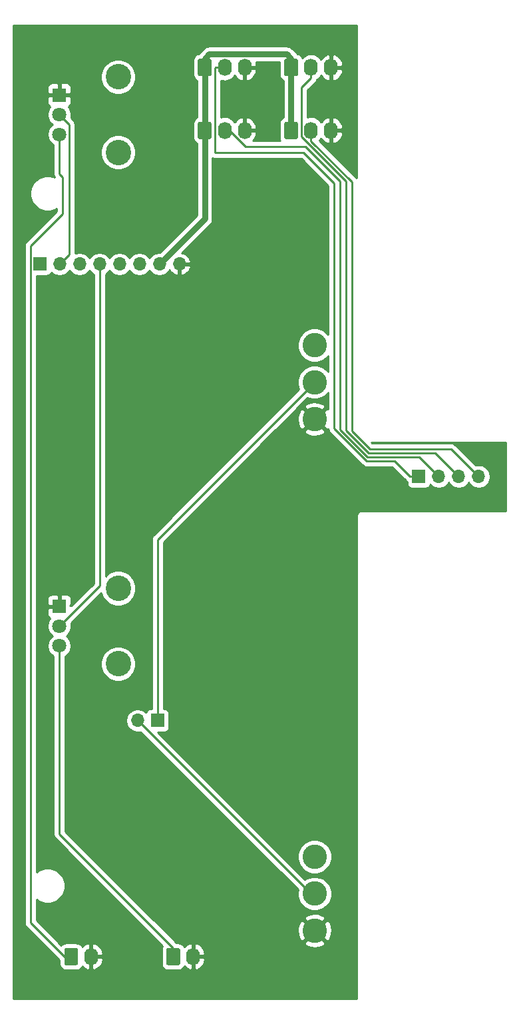
<source format=gbr>
G04 #@! TF.GenerationSoftware,KiCad,Pcbnew,5.1.5-52549c5~84~ubuntu18.04.1*
G04 #@! TF.CreationDate,2020-05-30T11:36:29-04:00*
G04 #@! TF.ProjectId,daughterboard,64617567-6874-4657-9262-6f6172642e6b,rev?*
G04 #@! TF.SameCoordinates,Original*
G04 #@! TF.FileFunction,Copper,L1,Top*
G04 #@! TF.FilePolarity,Positive*
%FSLAX46Y46*%
G04 Gerber Fmt 4.6, Leading zero omitted, Abs format (unit mm)*
G04 Created by KiCad (PCBNEW 5.1.5-52549c5~84~ubuntu18.04.1) date 2020-05-30 11:36:29*
%MOMM*%
%LPD*%
G04 APERTURE LIST*
%ADD10C,3.100000*%
%ADD11C,3.240000*%
%ADD12C,1.800000*%
%ADD13R,1.800000X1.800000*%
%ADD14O,1.700000X1.700000*%
%ADD15R,1.700000X1.700000*%
%ADD16O,1.740000X2.200000*%
%ADD17C,0.100000*%
%ADD18C,0.250000*%
%ADD19C,0.750000*%
%ADD20C,0.254000*%
G04 APERTURE END LIST*
D10*
X177000000Y-139000000D03*
X177000000Y-134300000D03*
X177000000Y-143700000D03*
X177000000Y-78700000D03*
X177000000Y-69300000D03*
X177000000Y-74000000D03*
D11*
X152000000Y-100200000D03*
X152000000Y-109800000D03*
D12*
X144500000Y-107500000D03*
X144500000Y-105000000D03*
D13*
X144500000Y-102500000D03*
D11*
X152000000Y-35200000D03*
X152000000Y-44800000D03*
D12*
X144500000Y-42500000D03*
X144500000Y-40000000D03*
D13*
X144500000Y-37500000D03*
D14*
X154460000Y-117000000D03*
D15*
X157000000Y-117000000D03*
D14*
X197870000Y-86000000D03*
X195330000Y-86000000D03*
X192790000Y-86000000D03*
D15*
X190250000Y-86000000D03*
D14*
X159780000Y-59000000D03*
X157240000Y-59000000D03*
X154700000Y-59000000D03*
X152160000Y-59000000D03*
X149620000Y-59000000D03*
X147080000Y-59000000D03*
X144540000Y-59000000D03*
D15*
X142000000Y-59000000D03*
D16*
X179080000Y-42000000D03*
X176540000Y-42000000D03*
G04 #@! TA.AperFunction,ComponentPad*
D17*
G36*
X174644505Y-40901204D02*
G01*
X174668773Y-40904804D01*
X174692572Y-40910765D01*
X174715671Y-40919030D01*
X174737850Y-40929520D01*
X174758893Y-40942132D01*
X174778599Y-40956747D01*
X174796777Y-40973223D01*
X174813253Y-40991401D01*
X174827868Y-41011107D01*
X174840480Y-41032150D01*
X174850970Y-41054329D01*
X174859235Y-41077428D01*
X174865196Y-41101227D01*
X174868796Y-41125495D01*
X174870000Y-41149999D01*
X174870000Y-42850001D01*
X174868796Y-42874505D01*
X174865196Y-42898773D01*
X174859235Y-42922572D01*
X174850970Y-42945671D01*
X174840480Y-42967850D01*
X174827868Y-42988893D01*
X174813253Y-43008599D01*
X174796777Y-43026777D01*
X174778599Y-43043253D01*
X174758893Y-43057868D01*
X174737850Y-43070480D01*
X174715671Y-43080970D01*
X174692572Y-43089235D01*
X174668773Y-43095196D01*
X174644505Y-43098796D01*
X174620001Y-43100000D01*
X173379999Y-43100000D01*
X173355495Y-43098796D01*
X173331227Y-43095196D01*
X173307428Y-43089235D01*
X173284329Y-43080970D01*
X173262150Y-43070480D01*
X173241107Y-43057868D01*
X173221401Y-43043253D01*
X173203223Y-43026777D01*
X173186747Y-43008599D01*
X173172132Y-42988893D01*
X173159520Y-42967850D01*
X173149030Y-42945671D01*
X173140765Y-42922572D01*
X173134804Y-42898773D01*
X173131204Y-42874505D01*
X173130000Y-42850001D01*
X173130000Y-41149999D01*
X173131204Y-41125495D01*
X173134804Y-41101227D01*
X173140765Y-41077428D01*
X173149030Y-41054329D01*
X173159520Y-41032150D01*
X173172132Y-41011107D01*
X173186747Y-40991401D01*
X173203223Y-40973223D01*
X173221401Y-40956747D01*
X173241107Y-40942132D01*
X173262150Y-40929520D01*
X173284329Y-40919030D01*
X173307428Y-40910765D01*
X173331227Y-40904804D01*
X173355495Y-40901204D01*
X173379999Y-40900000D01*
X174620001Y-40900000D01*
X174644505Y-40901204D01*
G37*
G04 #@! TD.AperFunction*
D16*
X168080000Y-42000000D03*
X165540000Y-42000000D03*
G04 #@! TA.AperFunction,ComponentPad*
D17*
G36*
X163644505Y-40901204D02*
G01*
X163668773Y-40904804D01*
X163692572Y-40910765D01*
X163715671Y-40919030D01*
X163737850Y-40929520D01*
X163758893Y-40942132D01*
X163778599Y-40956747D01*
X163796777Y-40973223D01*
X163813253Y-40991401D01*
X163827868Y-41011107D01*
X163840480Y-41032150D01*
X163850970Y-41054329D01*
X163859235Y-41077428D01*
X163865196Y-41101227D01*
X163868796Y-41125495D01*
X163870000Y-41149999D01*
X163870000Y-42850001D01*
X163868796Y-42874505D01*
X163865196Y-42898773D01*
X163859235Y-42922572D01*
X163850970Y-42945671D01*
X163840480Y-42967850D01*
X163827868Y-42988893D01*
X163813253Y-43008599D01*
X163796777Y-43026777D01*
X163778599Y-43043253D01*
X163758893Y-43057868D01*
X163737850Y-43070480D01*
X163715671Y-43080970D01*
X163692572Y-43089235D01*
X163668773Y-43095196D01*
X163644505Y-43098796D01*
X163620001Y-43100000D01*
X162379999Y-43100000D01*
X162355495Y-43098796D01*
X162331227Y-43095196D01*
X162307428Y-43089235D01*
X162284329Y-43080970D01*
X162262150Y-43070480D01*
X162241107Y-43057868D01*
X162221401Y-43043253D01*
X162203223Y-43026777D01*
X162186747Y-43008599D01*
X162172132Y-42988893D01*
X162159520Y-42967850D01*
X162149030Y-42945671D01*
X162140765Y-42922572D01*
X162134804Y-42898773D01*
X162131204Y-42874505D01*
X162130000Y-42850001D01*
X162130000Y-41149999D01*
X162131204Y-41125495D01*
X162134804Y-41101227D01*
X162140765Y-41077428D01*
X162149030Y-41054329D01*
X162159520Y-41032150D01*
X162172132Y-41011107D01*
X162186747Y-40991401D01*
X162203223Y-40973223D01*
X162221401Y-40956747D01*
X162241107Y-40942132D01*
X162262150Y-40929520D01*
X162284329Y-40919030D01*
X162307428Y-40910765D01*
X162331227Y-40904804D01*
X162355495Y-40901204D01*
X162379999Y-40900000D01*
X163620001Y-40900000D01*
X163644505Y-40901204D01*
G37*
G04 #@! TD.AperFunction*
D16*
X161540000Y-147000000D03*
G04 #@! TA.AperFunction,ComponentPad*
D17*
G36*
X159644505Y-145901204D02*
G01*
X159668773Y-145904804D01*
X159692572Y-145910765D01*
X159715671Y-145919030D01*
X159737850Y-145929520D01*
X159758893Y-145942132D01*
X159778599Y-145956747D01*
X159796777Y-145973223D01*
X159813253Y-145991401D01*
X159827868Y-146011107D01*
X159840480Y-146032150D01*
X159850970Y-146054329D01*
X159859235Y-146077428D01*
X159865196Y-146101227D01*
X159868796Y-146125495D01*
X159870000Y-146149999D01*
X159870000Y-147850001D01*
X159868796Y-147874505D01*
X159865196Y-147898773D01*
X159859235Y-147922572D01*
X159850970Y-147945671D01*
X159840480Y-147967850D01*
X159827868Y-147988893D01*
X159813253Y-148008599D01*
X159796777Y-148026777D01*
X159778599Y-148043253D01*
X159758893Y-148057868D01*
X159737850Y-148070480D01*
X159715671Y-148080970D01*
X159692572Y-148089235D01*
X159668773Y-148095196D01*
X159644505Y-148098796D01*
X159620001Y-148100000D01*
X158379999Y-148100000D01*
X158355495Y-148098796D01*
X158331227Y-148095196D01*
X158307428Y-148089235D01*
X158284329Y-148080970D01*
X158262150Y-148070480D01*
X158241107Y-148057868D01*
X158221401Y-148043253D01*
X158203223Y-148026777D01*
X158186747Y-148008599D01*
X158172132Y-147988893D01*
X158159520Y-147967850D01*
X158149030Y-147945671D01*
X158140765Y-147922572D01*
X158134804Y-147898773D01*
X158131204Y-147874505D01*
X158130000Y-147850001D01*
X158130000Y-146149999D01*
X158131204Y-146125495D01*
X158134804Y-146101227D01*
X158140765Y-146077428D01*
X158149030Y-146054329D01*
X158159520Y-146032150D01*
X158172132Y-146011107D01*
X158186747Y-145991401D01*
X158203223Y-145973223D01*
X158221401Y-145956747D01*
X158241107Y-145942132D01*
X158262150Y-145929520D01*
X158284329Y-145919030D01*
X158307428Y-145910765D01*
X158331227Y-145904804D01*
X158355495Y-145901204D01*
X158379999Y-145900000D01*
X159620001Y-145900000D01*
X159644505Y-145901204D01*
G37*
G04 #@! TD.AperFunction*
D16*
X148540000Y-147000000D03*
G04 #@! TA.AperFunction,ComponentPad*
D17*
G36*
X146644505Y-145901204D02*
G01*
X146668773Y-145904804D01*
X146692572Y-145910765D01*
X146715671Y-145919030D01*
X146737850Y-145929520D01*
X146758893Y-145942132D01*
X146778599Y-145956747D01*
X146796777Y-145973223D01*
X146813253Y-145991401D01*
X146827868Y-146011107D01*
X146840480Y-146032150D01*
X146850970Y-146054329D01*
X146859235Y-146077428D01*
X146865196Y-146101227D01*
X146868796Y-146125495D01*
X146870000Y-146149999D01*
X146870000Y-147850001D01*
X146868796Y-147874505D01*
X146865196Y-147898773D01*
X146859235Y-147922572D01*
X146850970Y-147945671D01*
X146840480Y-147967850D01*
X146827868Y-147988893D01*
X146813253Y-148008599D01*
X146796777Y-148026777D01*
X146778599Y-148043253D01*
X146758893Y-148057868D01*
X146737850Y-148070480D01*
X146715671Y-148080970D01*
X146692572Y-148089235D01*
X146668773Y-148095196D01*
X146644505Y-148098796D01*
X146620001Y-148100000D01*
X145379999Y-148100000D01*
X145355495Y-148098796D01*
X145331227Y-148095196D01*
X145307428Y-148089235D01*
X145284329Y-148080970D01*
X145262150Y-148070480D01*
X145241107Y-148057868D01*
X145221401Y-148043253D01*
X145203223Y-148026777D01*
X145186747Y-148008599D01*
X145172132Y-147988893D01*
X145159520Y-147967850D01*
X145149030Y-147945671D01*
X145140765Y-147922572D01*
X145134804Y-147898773D01*
X145131204Y-147874505D01*
X145130000Y-147850001D01*
X145130000Y-146149999D01*
X145131204Y-146125495D01*
X145134804Y-146101227D01*
X145140765Y-146077428D01*
X145149030Y-146054329D01*
X145159520Y-146032150D01*
X145172132Y-146011107D01*
X145186747Y-145991401D01*
X145203223Y-145973223D01*
X145221401Y-145956747D01*
X145241107Y-145942132D01*
X145262150Y-145929520D01*
X145284329Y-145919030D01*
X145307428Y-145910765D01*
X145331227Y-145904804D01*
X145355495Y-145901204D01*
X145379999Y-145900000D01*
X146620001Y-145900000D01*
X146644505Y-145901204D01*
G37*
G04 #@! TD.AperFunction*
D16*
X179080000Y-34000000D03*
X176540000Y-34000000D03*
G04 #@! TA.AperFunction,ComponentPad*
D17*
G36*
X174644505Y-32901204D02*
G01*
X174668773Y-32904804D01*
X174692572Y-32910765D01*
X174715671Y-32919030D01*
X174737850Y-32929520D01*
X174758893Y-32942132D01*
X174778599Y-32956747D01*
X174796777Y-32973223D01*
X174813253Y-32991401D01*
X174827868Y-33011107D01*
X174840480Y-33032150D01*
X174850970Y-33054329D01*
X174859235Y-33077428D01*
X174865196Y-33101227D01*
X174868796Y-33125495D01*
X174870000Y-33149999D01*
X174870000Y-34850001D01*
X174868796Y-34874505D01*
X174865196Y-34898773D01*
X174859235Y-34922572D01*
X174850970Y-34945671D01*
X174840480Y-34967850D01*
X174827868Y-34988893D01*
X174813253Y-35008599D01*
X174796777Y-35026777D01*
X174778599Y-35043253D01*
X174758893Y-35057868D01*
X174737850Y-35070480D01*
X174715671Y-35080970D01*
X174692572Y-35089235D01*
X174668773Y-35095196D01*
X174644505Y-35098796D01*
X174620001Y-35100000D01*
X173379999Y-35100000D01*
X173355495Y-35098796D01*
X173331227Y-35095196D01*
X173307428Y-35089235D01*
X173284329Y-35080970D01*
X173262150Y-35070480D01*
X173241107Y-35057868D01*
X173221401Y-35043253D01*
X173203223Y-35026777D01*
X173186747Y-35008599D01*
X173172132Y-34988893D01*
X173159520Y-34967850D01*
X173149030Y-34945671D01*
X173140765Y-34922572D01*
X173134804Y-34898773D01*
X173131204Y-34874505D01*
X173130000Y-34850001D01*
X173130000Y-33149999D01*
X173131204Y-33125495D01*
X173134804Y-33101227D01*
X173140765Y-33077428D01*
X173149030Y-33054329D01*
X173159520Y-33032150D01*
X173172132Y-33011107D01*
X173186747Y-32991401D01*
X173203223Y-32973223D01*
X173221401Y-32956747D01*
X173241107Y-32942132D01*
X173262150Y-32929520D01*
X173284329Y-32919030D01*
X173307428Y-32910765D01*
X173331227Y-32904804D01*
X173355495Y-32901204D01*
X173379999Y-32900000D01*
X174620001Y-32900000D01*
X174644505Y-32901204D01*
G37*
G04 #@! TD.AperFunction*
D16*
X168080000Y-34000000D03*
X165540000Y-34000000D03*
G04 #@! TA.AperFunction,ComponentPad*
D17*
G36*
X163644505Y-32901204D02*
G01*
X163668773Y-32904804D01*
X163692572Y-32910765D01*
X163715671Y-32919030D01*
X163737850Y-32929520D01*
X163758893Y-32942132D01*
X163778599Y-32956747D01*
X163796777Y-32973223D01*
X163813253Y-32991401D01*
X163827868Y-33011107D01*
X163840480Y-33032150D01*
X163850970Y-33054329D01*
X163859235Y-33077428D01*
X163865196Y-33101227D01*
X163868796Y-33125495D01*
X163870000Y-33149999D01*
X163870000Y-34850001D01*
X163868796Y-34874505D01*
X163865196Y-34898773D01*
X163859235Y-34922572D01*
X163850970Y-34945671D01*
X163840480Y-34967850D01*
X163827868Y-34988893D01*
X163813253Y-35008599D01*
X163796777Y-35026777D01*
X163778599Y-35043253D01*
X163758893Y-35057868D01*
X163737850Y-35070480D01*
X163715671Y-35080970D01*
X163692572Y-35089235D01*
X163668773Y-35095196D01*
X163644505Y-35098796D01*
X163620001Y-35100000D01*
X162379999Y-35100000D01*
X162355495Y-35098796D01*
X162331227Y-35095196D01*
X162307428Y-35089235D01*
X162284329Y-35080970D01*
X162262150Y-35070480D01*
X162241107Y-35057868D01*
X162221401Y-35043253D01*
X162203223Y-35026777D01*
X162186747Y-35008599D01*
X162172132Y-34988893D01*
X162159520Y-34967850D01*
X162149030Y-34945671D01*
X162140765Y-34922572D01*
X162134804Y-34898773D01*
X162131204Y-34874505D01*
X162130000Y-34850001D01*
X162130000Y-33149999D01*
X162131204Y-33125495D01*
X162134804Y-33101227D01*
X162140765Y-33077428D01*
X162149030Y-33054329D01*
X162159520Y-33032150D01*
X162172132Y-33011107D01*
X162186747Y-32991401D01*
X162203223Y-32973223D01*
X162221401Y-32956747D01*
X162241107Y-32942132D01*
X162262150Y-32929520D01*
X162284329Y-32919030D01*
X162307428Y-32910765D01*
X162331227Y-32904804D01*
X162355495Y-32901204D01*
X162379999Y-32900000D01*
X163620001Y-32900000D01*
X163644505Y-32901204D01*
G37*
G04 #@! TD.AperFunction*
D18*
X164420000Y-34000000D02*
X165540000Y-34000000D01*
X164344990Y-34075010D02*
X164420000Y-34000000D01*
X164344990Y-44844990D02*
X164344990Y-34075010D01*
X175594990Y-44844990D02*
X164344990Y-44844990D01*
X189150000Y-86000000D02*
X187150000Y-84000000D01*
X187150000Y-84000000D02*
X183595782Y-84000000D01*
X183595782Y-84000000D02*
X179500000Y-79904218D01*
X190250000Y-86000000D02*
X189150000Y-86000000D01*
X179500000Y-79904218D02*
X179500000Y-48750000D01*
X179500000Y-48750000D02*
X175594990Y-44844990D01*
D19*
X163000000Y-51240000D02*
X163000000Y-42000000D01*
X157240000Y-59000000D02*
X163000000Y-53240000D01*
X163000000Y-42000000D02*
X163000000Y-34000000D01*
X174000000Y-32900000D02*
X174000000Y-34000000D01*
X173424990Y-32324990D02*
X174000000Y-32900000D01*
X163575010Y-32324990D02*
X173424990Y-32324990D01*
X163000000Y-32900000D02*
X163575010Y-32324990D01*
X163000000Y-34000000D02*
X163000000Y-32900000D01*
X174000000Y-34000000D02*
X174000000Y-42000000D01*
X163000000Y-51240000D02*
X163000000Y-53240000D01*
D18*
X176540000Y-35350000D02*
X176540000Y-34000000D01*
X175344990Y-36545010D02*
X176540000Y-35350000D01*
X192330000Y-83000000D02*
X183868601Y-83000000D01*
X175344990Y-42791400D02*
X175344990Y-36545010D01*
X195330000Y-86000000D02*
X192330000Y-83000000D01*
X183868601Y-83000000D02*
X181000000Y-80131399D01*
X181000000Y-48446410D02*
X175344990Y-42791400D01*
X181000000Y-80131399D02*
X181000000Y-48446410D01*
X145130000Y-147000000D02*
X146000000Y-147000000D01*
X144500000Y-42500000D02*
X144500000Y-47500000D01*
X144925001Y-52574999D02*
X140824999Y-56675001D01*
X144925001Y-47925001D02*
X144925001Y-52574999D01*
X140824999Y-56675001D02*
X140824999Y-142694999D01*
X144500000Y-47500000D02*
X144925001Y-47925001D01*
X140824999Y-142694999D02*
X145130000Y-147000000D01*
X144500000Y-108772792D02*
X144500000Y-107500000D01*
X159000000Y-145900000D02*
X144500000Y-131400000D01*
X144500000Y-131400000D02*
X144500000Y-108772792D01*
X159000000Y-147000000D02*
X159000000Y-145900000D01*
X166160001Y-42000000D02*
X165540000Y-42000000D01*
X183732192Y-83500000D02*
X180250000Y-80017808D01*
X180250000Y-48500000D02*
X175794999Y-44044999D01*
X168205001Y-44044999D02*
X166160001Y-42000000D01*
X192790000Y-86000000D02*
X190290000Y-83500000D01*
X190290000Y-83500000D02*
X183732192Y-83500000D01*
X180250000Y-80017808D02*
X180250000Y-48500000D01*
X175794999Y-44044999D02*
X168205001Y-44044999D01*
X181750000Y-48560000D02*
X176540000Y-43350000D01*
X176540000Y-43350000D02*
X176540000Y-42000000D01*
X181750000Y-80244988D02*
X181750000Y-48560000D01*
X184005012Y-82500000D02*
X181750000Y-80244988D01*
X197870000Y-86000000D02*
X194370000Y-82500000D01*
X194370000Y-82500000D02*
X184005012Y-82500000D01*
X149620000Y-99880000D02*
X144500000Y-105000000D01*
X149620000Y-59000000D02*
X149620000Y-99880000D01*
X145389999Y-58150001D02*
X144540000Y-59000000D01*
X145725001Y-57814999D02*
X145389999Y-58150001D01*
X145725001Y-41225001D02*
X145725001Y-57814999D01*
X144500000Y-40000000D02*
X145725001Y-41225001D01*
X176460000Y-139000000D02*
X177000000Y-139000000D01*
X154460000Y-117000000D02*
X176460000Y-139000000D01*
X157000000Y-94000000D02*
X177000000Y-74000000D01*
X157000000Y-117000000D02*
X157000000Y-94000000D01*
D20*
G36*
X182340000Y-48080923D02*
G01*
X182290001Y-48019999D01*
X182261003Y-47996201D01*
X177584520Y-43319719D01*
X177609345Y-43299345D01*
X177797417Y-43070179D01*
X177812302Y-43042331D01*
X177901744Y-43178903D01*
X178109506Y-43390536D01*
X178354563Y-43557571D01*
X178627498Y-43673588D01*
X178719969Y-43691302D01*
X178953000Y-43570246D01*
X178953000Y-42127000D01*
X179207000Y-42127000D01*
X179207000Y-43570246D01*
X179440031Y-43691302D01*
X179532502Y-43673588D01*
X179805437Y-43557571D01*
X180050494Y-43390536D01*
X180258256Y-43178903D01*
X180420738Y-42930804D01*
X180531696Y-42655773D01*
X180586866Y-42364380D01*
X180430586Y-42127000D01*
X179207000Y-42127000D01*
X178953000Y-42127000D01*
X178933000Y-42127000D01*
X178933000Y-41873000D01*
X178953000Y-41873000D01*
X178953000Y-40429754D01*
X179207000Y-40429754D01*
X179207000Y-41873000D01*
X180430586Y-41873000D01*
X180586866Y-41635620D01*
X180531696Y-41344227D01*
X180420738Y-41069196D01*
X180258256Y-40821097D01*
X180050494Y-40609464D01*
X179805437Y-40442429D01*
X179532502Y-40326412D01*
X179440031Y-40308698D01*
X179207000Y-40429754D01*
X178953000Y-40429754D01*
X178719969Y-40308698D01*
X178627498Y-40326412D01*
X178354563Y-40442429D01*
X178109506Y-40609464D01*
X177901744Y-40821097D01*
X177812302Y-40957669D01*
X177797417Y-40929821D01*
X177609345Y-40700655D01*
X177380178Y-40512583D01*
X177118724Y-40372834D01*
X176835031Y-40286776D01*
X176540000Y-40257718D01*
X176244968Y-40286776D01*
X176104990Y-40329238D01*
X176104990Y-36859811D01*
X177051004Y-35913798D01*
X177080001Y-35890001D01*
X177174974Y-35774276D01*
X177245546Y-35642247D01*
X177275548Y-35543343D01*
X177380179Y-35487417D01*
X177609345Y-35299345D01*
X177797417Y-35070179D01*
X177812302Y-35042331D01*
X177901744Y-35178903D01*
X178109506Y-35390536D01*
X178354563Y-35557571D01*
X178627498Y-35673588D01*
X178719969Y-35691302D01*
X178953000Y-35570246D01*
X178953000Y-34127000D01*
X179207000Y-34127000D01*
X179207000Y-35570246D01*
X179440031Y-35691302D01*
X179532502Y-35673588D01*
X179805437Y-35557571D01*
X180050494Y-35390536D01*
X180258256Y-35178903D01*
X180420738Y-34930804D01*
X180531696Y-34655773D01*
X180586866Y-34364380D01*
X180430586Y-34127000D01*
X179207000Y-34127000D01*
X178953000Y-34127000D01*
X178933000Y-34127000D01*
X178933000Y-33873000D01*
X178953000Y-33873000D01*
X178953000Y-32429754D01*
X179207000Y-32429754D01*
X179207000Y-33873000D01*
X180430586Y-33873000D01*
X180586866Y-33635620D01*
X180531696Y-33344227D01*
X180420738Y-33069196D01*
X180258256Y-32821097D01*
X180050494Y-32609464D01*
X179805437Y-32442429D01*
X179532502Y-32326412D01*
X179440031Y-32308698D01*
X179207000Y-32429754D01*
X178953000Y-32429754D01*
X178719969Y-32308698D01*
X178627498Y-32326412D01*
X178354563Y-32442429D01*
X178109506Y-32609464D01*
X177901744Y-32821097D01*
X177812302Y-32957669D01*
X177797417Y-32929821D01*
X177609345Y-32700655D01*
X177380178Y-32512583D01*
X177118724Y-32372834D01*
X176835031Y-32286776D01*
X176540000Y-32257718D01*
X176244968Y-32286776D01*
X175961275Y-32372834D01*
X175699821Y-32512583D01*
X175470655Y-32700655D01*
X175416935Y-32766114D01*
X175358405Y-32656613D01*
X175247962Y-32522038D01*
X175113387Y-32411595D01*
X174959851Y-32329528D01*
X174798149Y-32280477D01*
X174717633Y-32182367D01*
X174679094Y-32150739D01*
X174174251Y-31645896D01*
X174142623Y-31607357D01*
X173988830Y-31481143D01*
X173813370Y-31387358D01*
X173622984Y-31329605D01*
X173474598Y-31314990D01*
X173424990Y-31310104D01*
X173375382Y-31314990D01*
X163624618Y-31314990D01*
X163575010Y-31310104D01*
X163377015Y-31329605D01*
X163186630Y-31387358D01*
X163011170Y-31481143D01*
X162857377Y-31607357D01*
X162825749Y-31645896D01*
X162320901Y-32150744D01*
X162282368Y-32182367D01*
X162250745Y-32220900D01*
X162250744Y-32220901D01*
X162201852Y-32280476D01*
X162040149Y-32329528D01*
X161886613Y-32411595D01*
X161752038Y-32522038D01*
X161641595Y-32656613D01*
X161559528Y-32810149D01*
X161508992Y-32976745D01*
X161491928Y-33149999D01*
X161491928Y-34850001D01*
X161508992Y-35023255D01*
X161559528Y-35189851D01*
X161641595Y-35343387D01*
X161752038Y-35477962D01*
X161886613Y-35588405D01*
X161990001Y-35643667D01*
X161990000Y-40356333D01*
X161886613Y-40411595D01*
X161752038Y-40522038D01*
X161641595Y-40656613D01*
X161559528Y-40810149D01*
X161508992Y-40976745D01*
X161491928Y-41149999D01*
X161491928Y-42850001D01*
X161508992Y-43023255D01*
X161559528Y-43189851D01*
X161641595Y-43343387D01*
X161752038Y-43477962D01*
X161886613Y-43588405D01*
X161990001Y-43643667D01*
X161990000Y-51190392D01*
X161990000Y-51190393D01*
X161990001Y-52821644D01*
X157296645Y-57515000D01*
X157093740Y-57515000D01*
X156806842Y-57572068D01*
X156536589Y-57684010D01*
X156293368Y-57846525D01*
X156086525Y-58053368D01*
X155970000Y-58227760D01*
X155853475Y-58053368D01*
X155646632Y-57846525D01*
X155403411Y-57684010D01*
X155133158Y-57572068D01*
X154846260Y-57515000D01*
X154553740Y-57515000D01*
X154266842Y-57572068D01*
X153996589Y-57684010D01*
X153753368Y-57846525D01*
X153546525Y-58053368D01*
X153430000Y-58227760D01*
X153313475Y-58053368D01*
X153106632Y-57846525D01*
X152863411Y-57684010D01*
X152593158Y-57572068D01*
X152306260Y-57515000D01*
X152013740Y-57515000D01*
X151726842Y-57572068D01*
X151456589Y-57684010D01*
X151213368Y-57846525D01*
X151006525Y-58053368D01*
X150890000Y-58227760D01*
X150773475Y-58053368D01*
X150566632Y-57846525D01*
X150323411Y-57684010D01*
X150053158Y-57572068D01*
X149766260Y-57515000D01*
X149473740Y-57515000D01*
X149186842Y-57572068D01*
X148916589Y-57684010D01*
X148673368Y-57846525D01*
X148466525Y-58053368D01*
X148350000Y-58227760D01*
X148233475Y-58053368D01*
X148026632Y-57846525D01*
X147783411Y-57684010D01*
X147513158Y-57572068D01*
X147226260Y-57515000D01*
X146933740Y-57515000D01*
X146646842Y-57572068D01*
X146485001Y-57639104D01*
X146485001Y-44577902D01*
X149745000Y-44577902D01*
X149745000Y-45022098D01*
X149831658Y-45457759D01*
X150001645Y-45868143D01*
X150248427Y-46237479D01*
X150562521Y-46551573D01*
X150931857Y-46798355D01*
X151342241Y-46968342D01*
X151777902Y-47055000D01*
X152222098Y-47055000D01*
X152657759Y-46968342D01*
X153068143Y-46798355D01*
X153437479Y-46551573D01*
X153751573Y-46237479D01*
X153998355Y-45868143D01*
X154168342Y-45457759D01*
X154255000Y-45022098D01*
X154255000Y-44577902D01*
X154168342Y-44142241D01*
X153998355Y-43731857D01*
X153751573Y-43362521D01*
X153437479Y-43048427D01*
X153068143Y-42801645D01*
X152657759Y-42631658D01*
X152222098Y-42545000D01*
X151777902Y-42545000D01*
X151342241Y-42631658D01*
X150931857Y-42801645D01*
X150562521Y-43048427D01*
X150248427Y-43362521D01*
X150001645Y-43731857D01*
X149831658Y-44142241D01*
X149745000Y-44577902D01*
X146485001Y-44577902D01*
X146485001Y-41262323D01*
X146488677Y-41225000D01*
X146485001Y-41187677D01*
X146485001Y-41187668D01*
X146474004Y-41076015D01*
X146430547Y-40932754D01*
X146428979Y-40929821D01*
X146359975Y-40800724D01*
X146288800Y-40713998D01*
X146265002Y-40685000D01*
X146236005Y-40661203D01*
X145983731Y-40408930D01*
X146035000Y-40151184D01*
X146035000Y-39848816D01*
X145976011Y-39552257D01*
X145860299Y-39272905D01*
X145692312Y-39021495D01*
X145654697Y-38983880D01*
X145754494Y-38930537D01*
X145851185Y-38851185D01*
X145930537Y-38754494D01*
X145989502Y-38644180D01*
X146025812Y-38524482D01*
X146038072Y-38400000D01*
X146035000Y-37785750D01*
X145876250Y-37627000D01*
X144627000Y-37627000D01*
X144627000Y-37647000D01*
X144373000Y-37647000D01*
X144373000Y-37627000D01*
X143123750Y-37627000D01*
X142965000Y-37785750D01*
X142961928Y-38400000D01*
X142974188Y-38524482D01*
X143010498Y-38644180D01*
X143069463Y-38754494D01*
X143148815Y-38851185D01*
X143245506Y-38930537D01*
X143345303Y-38983880D01*
X143307688Y-39021495D01*
X143139701Y-39272905D01*
X143023989Y-39552257D01*
X142965000Y-39848816D01*
X142965000Y-40151184D01*
X143023989Y-40447743D01*
X143139701Y-40727095D01*
X143307688Y-40978505D01*
X143521495Y-41192312D01*
X143607831Y-41250000D01*
X143521495Y-41307688D01*
X143307688Y-41521495D01*
X143139701Y-41772905D01*
X143023989Y-42052257D01*
X142965000Y-42348816D01*
X142965000Y-42651184D01*
X143023989Y-42947743D01*
X143139701Y-43227095D01*
X143307688Y-43478505D01*
X143521495Y-43692312D01*
X143740000Y-43838313D01*
X143740001Y-47462668D01*
X143736324Y-47500000D01*
X143750998Y-47648985D01*
X143794454Y-47792246D01*
X143865026Y-47924276D01*
X143883531Y-47946825D01*
X143651925Y-47850890D01*
X143220128Y-47765000D01*
X142779872Y-47765000D01*
X142348075Y-47850890D01*
X141941331Y-48019369D01*
X141575271Y-48263962D01*
X141263962Y-48575271D01*
X141019369Y-48941331D01*
X140850890Y-49348075D01*
X140765000Y-49779872D01*
X140765000Y-50220128D01*
X140850890Y-50651925D01*
X141019369Y-51058669D01*
X141263962Y-51424729D01*
X141575271Y-51736038D01*
X141941331Y-51980631D01*
X142348075Y-52149110D01*
X142779872Y-52235000D01*
X143220128Y-52235000D01*
X143651925Y-52149110D01*
X144058669Y-51980631D01*
X144165002Y-51909582D01*
X144165002Y-52260195D01*
X140314002Y-56111197D01*
X140284998Y-56135000D01*
X140229870Y-56202175D01*
X140190025Y-56250725D01*
X140119454Y-56382754D01*
X140119453Y-56382755D01*
X140075996Y-56526016D01*
X140064999Y-56637669D01*
X140064999Y-56637679D01*
X140061323Y-56675001D01*
X140064999Y-56712323D01*
X140065000Y-142657666D01*
X140061323Y-142694999D01*
X140075997Y-142843984D01*
X140119453Y-142987245D01*
X140190025Y-143119275D01*
X140261200Y-143206001D01*
X140284999Y-143235000D01*
X140313997Y-143258798D01*
X144491928Y-147436730D01*
X144491928Y-147850001D01*
X144508992Y-148023255D01*
X144559528Y-148189851D01*
X144641595Y-148343387D01*
X144752038Y-148477962D01*
X144886613Y-148588405D01*
X145040149Y-148670472D01*
X145206745Y-148721008D01*
X145379999Y-148738072D01*
X146620001Y-148738072D01*
X146793255Y-148721008D01*
X146959851Y-148670472D01*
X147113387Y-148588405D01*
X147247962Y-148477962D01*
X147358405Y-148343387D01*
X147416507Y-148234686D01*
X147569506Y-148390536D01*
X147814563Y-148557571D01*
X148087498Y-148673588D01*
X148179969Y-148691302D01*
X148413000Y-148570246D01*
X148413000Y-147127000D01*
X148667000Y-147127000D01*
X148667000Y-148570246D01*
X148900031Y-148691302D01*
X148992502Y-148673588D01*
X149265437Y-148557571D01*
X149510494Y-148390536D01*
X149718256Y-148178903D01*
X149880738Y-147930804D01*
X149991696Y-147655773D01*
X150046866Y-147364380D01*
X149890586Y-147127000D01*
X148667000Y-147127000D01*
X148413000Y-147127000D01*
X148393000Y-147127000D01*
X148393000Y-146873000D01*
X148413000Y-146873000D01*
X148413000Y-145429754D01*
X148667000Y-145429754D01*
X148667000Y-146873000D01*
X149890586Y-146873000D01*
X150046866Y-146635620D01*
X149991696Y-146344227D01*
X149880738Y-146069196D01*
X149718256Y-145821097D01*
X149510494Y-145609464D01*
X149265437Y-145442429D01*
X148992502Y-145326412D01*
X148900031Y-145308698D01*
X148667000Y-145429754D01*
X148413000Y-145429754D01*
X148179969Y-145308698D01*
X148087498Y-145326412D01*
X147814563Y-145442429D01*
X147569506Y-145609464D01*
X147416507Y-145765314D01*
X147358405Y-145656613D01*
X147247962Y-145522038D01*
X147113387Y-145411595D01*
X146959851Y-145329528D01*
X146793255Y-145278992D01*
X146620001Y-145261928D01*
X145379999Y-145261928D01*
X145206745Y-145278992D01*
X145040149Y-145329528D01*
X144886613Y-145411595D01*
X144752038Y-145522038D01*
X144740680Y-145535878D01*
X141584999Y-142380198D01*
X141584999Y-139742538D01*
X141941331Y-139980631D01*
X142348075Y-140149110D01*
X142779872Y-140235000D01*
X143220128Y-140235000D01*
X143651925Y-140149110D01*
X144058669Y-139980631D01*
X144424729Y-139736038D01*
X144736038Y-139424729D01*
X144980631Y-139058669D01*
X145149110Y-138651925D01*
X145235000Y-138220128D01*
X145235000Y-137779872D01*
X145149110Y-137348075D01*
X144980631Y-136941331D01*
X144736038Y-136575271D01*
X144424729Y-136263962D01*
X144058669Y-136019369D01*
X143651925Y-135850890D01*
X143220128Y-135765000D01*
X142779872Y-135765000D01*
X142348075Y-135850890D01*
X141941331Y-136019369D01*
X141584999Y-136257462D01*
X141584999Y-101600000D01*
X142961928Y-101600000D01*
X142965000Y-102214250D01*
X143123750Y-102373000D01*
X144373000Y-102373000D01*
X144373000Y-101123750D01*
X144214250Y-100965000D01*
X143600000Y-100961928D01*
X143475518Y-100974188D01*
X143355820Y-101010498D01*
X143245506Y-101069463D01*
X143148815Y-101148815D01*
X143069463Y-101245506D01*
X143010498Y-101355820D01*
X142974188Y-101475518D01*
X142961928Y-101600000D01*
X141584999Y-101600000D01*
X141584999Y-60488072D01*
X142850000Y-60488072D01*
X142974482Y-60475812D01*
X143094180Y-60439502D01*
X143204494Y-60380537D01*
X143301185Y-60301185D01*
X143380537Y-60204494D01*
X143439502Y-60094180D01*
X143461513Y-60021620D01*
X143593368Y-60153475D01*
X143836589Y-60315990D01*
X144106842Y-60427932D01*
X144393740Y-60485000D01*
X144686260Y-60485000D01*
X144973158Y-60427932D01*
X145243411Y-60315990D01*
X145486632Y-60153475D01*
X145693475Y-59946632D01*
X145810000Y-59772240D01*
X145926525Y-59946632D01*
X146133368Y-60153475D01*
X146376589Y-60315990D01*
X146646842Y-60427932D01*
X146933740Y-60485000D01*
X147226260Y-60485000D01*
X147513158Y-60427932D01*
X147783411Y-60315990D01*
X148026632Y-60153475D01*
X148233475Y-59946632D01*
X148350000Y-59772240D01*
X148466525Y-59946632D01*
X148673368Y-60153475D01*
X148860000Y-60278178D01*
X148860001Y-99565196D01*
X146035000Y-102390198D01*
X146035000Y-102372998D01*
X145876252Y-102372998D01*
X146035000Y-102214250D01*
X146038072Y-101600000D01*
X146025812Y-101475518D01*
X145989502Y-101355820D01*
X145930537Y-101245506D01*
X145851185Y-101148815D01*
X145754494Y-101069463D01*
X145644180Y-101010498D01*
X145524482Y-100974188D01*
X145400000Y-100961928D01*
X144785750Y-100965000D01*
X144627000Y-101123750D01*
X144627000Y-102373000D01*
X144647000Y-102373000D01*
X144647000Y-102627000D01*
X144627000Y-102627000D01*
X144627000Y-102647000D01*
X144373000Y-102647000D01*
X144373000Y-102627000D01*
X143123750Y-102627000D01*
X142965000Y-102785750D01*
X142961928Y-103400000D01*
X142974188Y-103524482D01*
X143010498Y-103644180D01*
X143069463Y-103754494D01*
X143148815Y-103851185D01*
X143245506Y-103930537D01*
X143345303Y-103983880D01*
X143307688Y-104021495D01*
X143139701Y-104272905D01*
X143023989Y-104552257D01*
X142965000Y-104848816D01*
X142965000Y-105151184D01*
X143023989Y-105447743D01*
X143139701Y-105727095D01*
X143307688Y-105978505D01*
X143521495Y-106192312D01*
X143607831Y-106250000D01*
X143521495Y-106307688D01*
X143307688Y-106521495D01*
X143139701Y-106772905D01*
X143023989Y-107052257D01*
X142965000Y-107348816D01*
X142965000Y-107651184D01*
X143023989Y-107947743D01*
X143139701Y-108227095D01*
X143307688Y-108478505D01*
X143521495Y-108692312D01*
X143740001Y-108838313D01*
X143740000Y-131362678D01*
X143736324Y-131400000D01*
X143740000Y-131437322D01*
X143740000Y-131437332D01*
X143750997Y-131548985D01*
X143794454Y-131692246D01*
X143865026Y-131824276D01*
X143904871Y-131872826D01*
X143959999Y-131940001D01*
X143989003Y-131963804D01*
X157659723Y-145634525D01*
X157641595Y-145656613D01*
X157559528Y-145810149D01*
X157508992Y-145976745D01*
X157491928Y-146149999D01*
X157491928Y-147850001D01*
X157508992Y-148023255D01*
X157559528Y-148189851D01*
X157641595Y-148343387D01*
X157752038Y-148477962D01*
X157886613Y-148588405D01*
X158040149Y-148670472D01*
X158206745Y-148721008D01*
X158379999Y-148738072D01*
X159620001Y-148738072D01*
X159793255Y-148721008D01*
X159959851Y-148670472D01*
X160113387Y-148588405D01*
X160247962Y-148477962D01*
X160358405Y-148343387D01*
X160416507Y-148234686D01*
X160569506Y-148390536D01*
X160814563Y-148557571D01*
X161087498Y-148673588D01*
X161179969Y-148691302D01*
X161413000Y-148570246D01*
X161413000Y-147127000D01*
X161667000Y-147127000D01*
X161667000Y-148570246D01*
X161900031Y-148691302D01*
X161992502Y-148673588D01*
X162265437Y-148557571D01*
X162510494Y-148390536D01*
X162718256Y-148178903D01*
X162880738Y-147930804D01*
X162991696Y-147655773D01*
X163046866Y-147364380D01*
X162890586Y-147127000D01*
X161667000Y-147127000D01*
X161413000Y-147127000D01*
X161393000Y-147127000D01*
X161393000Y-146873000D01*
X161413000Y-146873000D01*
X161413000Y-145429754D01*
X161667000Y-145429754D01*
X161667000Y-146873000D01*
X162890586Y-146873000D01*
X163046866Y-146635620D01*
X162991696Y-146344227D01*
X162880738Y-146069196D01*
X162718256Y-145821097D01*
X162510494Y-145609464D01*
X162265437Y-145442429D01*
X161992502Y-145326412D01*
X161900031Y-145308698D01*
X161667000Y-145429754D01*
X161413000Y-145429754D01*
X161179969Y-145308698D01*
X161087498Y-145326412D01*
X160814563Y-145442429D01*
X160569506Y-145609464D01*
X160416507Y-145765314D01*
X160358405Y-145656613D01*
X160247962Y-145522038D01*
X160113387Y-145411595D01*
X159959851Y-145329528D01*
X159793255Y-145278992D01*
X159620001Y-145261928D01*
X159436730Y-145261928D01*
X159402053Y-145227251D01*
X175652354Y-145227251D01*
X175814381Y-145547930D01*
X176197675Y-145743725D01*
X176611803Y-145860981D01*
X177040848Y-145895192D01*
X177468324Y-145845042D01*
X177877802Y-145712461D01*
X178185619Y-145547930D01*
X178347646Y-145227251D01*
X177000000Y-143879605D01*
X175652354Y-145227251D01*
X159402053Y-145227251D01*
X157915650Y-143740848D01*
X174804808Y-143740848D01*
X174854958Y-144168324D01*
X174987539Y-144577802D01*
X175152070Y-144885619D01*
X175472749Y-145047646D01*
X176820395Y-143700000D01*
X177179605Y-143700000D01*
X178527251Y-145047646D01*
X178847930Y-144885619D01*
X179043725Y-144502325D01*
X179160981Y-144088197D01*
X179195192Y-143659152D01*
X179145042Y-143231676D01*
X179012461Y-142822198D01*
X178847930Y-142514381D01*
X178527251Y-142352354D01*
X177179605Y-143700000D01*
X176820395Y-143700000D01*
X175472749Y-142352354D01*
X175152070Y-142514381D01*
X174956275Y-142897675D01*
X174839019Y-143311803D01*
X174804808Y-143740848D01*
X157915650Y-143740848D01*
X156347551Y-142172749D01*
X175652354Y-142172749D01*
X177000000Y-143520395D01*
X178347646Y-142172749D01*
X178185619Y-141852070D01*
X177802325Y-141656275D01*
X177388197Y-141539019D01*
X176959152Y-141504808D01*
X176531676Y-141554958D01*
X176122198Y-141687539D01*
X175814381Y-141852070D01*
X175652354Y-142172749D01*
X156347551Y-142172749D01*
X145260000Y-131085199D01*
X145260000Y-109577902D01*
X149745000Y-109577902D01*
X149745000Y-110022098D01*
X149831658Y-110457759D01*
X150001645Y-110868143D01*
X150248427Y-111237479D01*
X150562521Y-111551573D01*
X150931857Y-111798355D01*
X151342241Y-111968342D01*
X151777902Y-112055000D01*
X152222098Y-112055000D01*
X152657759Y-111968342D01*
X153068143Y-111798355D01*
X153437479Y-111551573D01*
X153751573Y-111237479D01*
X153998355Y-110868143D01*
X154168342Y-110457759D01*
X154255000Y-110022098D01*
X154255000Y-109577902D01*
X154168342Y-109142241D01*
X153998355Y-108731857D01*
X153751573Y-108362521D01*
X153437479Y-108048427D01*
X153068143Y-107801645D01*
X152657759Y-107631658D01*
X152222098Y-107545000D01*
X151777902Y-107545000D01*
X151342241Y-107631658D01*
X150931857Y-107801645D01*
X150562521Y-108048427D01*
X150248427Y-108362521D01*
X150001645Y-108731857D01*
X149831658Y-109142241D01*
X149745000Y-109577902D01*
X145260000Y-109577902D01*
X145260000Y-108838313D01*
X145478505Y-108692312D01*
X145692312Y-108478505D01*
X145860299Y-108227095D01*
X145976011Y-107947743D01*
X146035000Y-107651184D01*
X146035000Y-107348816D01*
X145976011Y-107052257D01*
X145860299Y-106772905D01*
X145692312Y-106521495D01*
X145478505Y-106307688D01*
X145392169Y-106250000D01*
X145478505Y-106192312D01*
X145692312Y-105978505D01*
X145860299Y-105727095D01*
X145976011Y-105447743D01*
X146035000Y-105151184D01*
X146035000Y-104848816D01*
X145983731Y-104591070D01*
X149812642Y-100762161D01*
X149831658Y-100857759D01*
X150001645Y-101268143D01*
X150248427Y-101637479D01*
X150562521Y-101951573D01*
X150931857Y-102198355D01*
X151342241Y-102368342D01*
X151777902Y-102455000D01*
X152222098Y-102455000D01*
X152657759Y-102368342D01*
X153068143Y-102198355D01*
X153437479Y-101951573D01*
X153751573Y-101637479D01*
X153998355Y-101268143D01*
X154168342Y-100857759D01*
X154255000Y-100422098D01*
X154255000Y-99977902D01*
X154168342Y-99542241D01*
X153998355Y-99131857D01*
X153751573Y-98762521D01*
X153437479Y-98448427D01*
X153068143Y-98201645D01*
X152657759Y-98031658D01*
X152222098Y-97945000D01*
X151777902Y-97945000D01*
X151342241Y-98031658D01*
X150931857Y-98201645D01*
X150562521Y-98448427D01*
X150380000Y-98630948D01*
X150380000Y-60278178D01*
X150566632Y-60153475D01*
X150773475Y-59946632D01*
X150890000Y-59772240D01*
X151006525Y-59946632D01*
X151213368Y-60153475D01*
X151456589Y-60315990D01*
X151726842Y-60427932D01*
X152013740Y-60485000D01*
X152306260Y-60485000D01*
X152593158Y-60427932D01*
X152863411Y-60315990D01*
X153106632Y-60153475D01*
X153313475Y-59946632D01*
X153430000Y-59772240D01*
X153546525Y-59946632D01*
X153753368Y-60153475D01*
X153996589Y-60315990D01*
X154266842Y-60427932D01*
X154553740Y-60485000D01*
X154846260Y-60485000D01*
X155133158Y-60427932D01*
X155403411Y-60315990D01*
X155646632Y-60153475D01*
X155853475Y-59946632D01*
X155970000Y-59772240D01*
X156086525Y-59946632D01*
X156293368Y-60153475D01*
X156536589Y-60315990D01*
X156806842Y-60427932D01*
X157093740Y-60485000D01*
X157386260Y-60485000D01*
X157673158Y-60427932D01*
X157943411Y-60315990D01*
X158186632Y-60153475D01*
X158393475Y-59946632D01*
X158515195Y-59764466D01*
X158584822Y-59881355D01*
X158779731Y-60097588D01*
X159013080Y-60271641D01*
X159275901Y-60396825D01*
X159423110Y-60441476D01*
X159653000Y-60320155D01*
X159653000Y-59127000D01*
X159907000Y-59127000D01*
X159907000Y-60320155D01*
X160136890Y-60441476D01*
X160284099Y-60396825D01*
X160546920Y-60271641D01*
X160780269Y-60097588D01*
X160975178Y-59881355D01*
X161124157Y-59631252D01*
X161221481Y-59356891D01*
X161100814Y-59127000D01*
X159907000Y-59127000D01*
X159653000Y-59127000D01*
X159633000Y-59127000D01*
X159633000Y-58873000D01*
X159653000Y-58873000D01*
X159653000Y-58853000D01*
X159907000Y-58853000D01*
X159907000Y-58873000D01*
X161100814Y-58873000D01*
X161221481Y-58643109D01*
X161124157Y-58368748D01*
X160975178Y-58118645D01*
X160780269Y-57902412D01*
X160546920Y-57728359D01*
X160284099Y-57603175D01*
X160136890Y-57558524D01*
X160079594Y-57588761D01*
X163679094Y-53989261D01*
X163717633Y-53957633D01*
X163843847Y-53803840D01*
X163937632Y-53628380D01*
X163995385Y-53437994D01*
X164010000Y-53289608D01*
X164010000Y-53289606D01*
X164014886Y-53240001D01*
X164010000Y-53190396D01*
X164010000Y-45527689D01*
X164052743Y-45550536D01*
X164196004Y-45593993D01*
X164344990Y-45608667D01*
X164382323Y-45604990D01*
X175280189Y-45604990D01*
X178740001Y-49064803D01*
X178740000Y-67971199D01*
X178697200Y-67907144D01*
X178392856Y-67602800D01*
X178034985Y-67363678D01*
X177637341Y-67198969D01*
X177215204Y-67115000D01*
X176784796Y-67115000D01*
X176362659Y-67198969D01*
X175965015Y-67363678D01*
X175607144Y-67602800D01*
X175302800Y-67907144D01*
X175063678Y-68265015D01*
X174898969Y-68662659D01*
X174815000Y-69084796D01*
X174815000Y-69515204D01*
X174898969Y-69937341D01*
X175063678Y-70334985D01*
X175302800Y-70692856D01*
X175607144Y-70997200D01*
X175965015Y-71236322D01*
X176362659Y-71401031D01*
X176784796Y-71485000D01*
X177215204Y-71485000D01*
X177637341Y-71401031D01*
X178034985Y-71236322D01*
X178392856Y-70997200D01*
X178697200Y-70692856D01*
X178740000Y-70628801D01*
X178740000Y-72671199D01*
X178697200Y-72607144D01*
X178392856Y-72302800D01*
X178034985Y-72063678D01*
X177637341Y-71898969D01*
X177215204Y-71815000D01*
X176784796Y-71815000D01*
X176362659Y-71898969D01*
X175965015Y-72063678D01*
X175607144Y-72302800D01*
X175302800Y-72607144D01*
X175063678Y-72965015D01*
X174898969Y-73362659D01*
X174815000Y-73784796D01*
X174815000Y-74215204D01*
X174898969Y-74637341D01*
X175012871Y-74912327D01*
X156488998Y-93436201D01*
X156460000Y-93459999D01*
X156436202Y-93488997D01*
X156436201Y-93488998D01*
X156365026Y-93575724D01*
X156294454Y-93707754D01*
X156250998Y-93851015D01*
X156236324Y-94000000D01*
X156240001Y-94037333D01*
X156240000Y-115511928D01*
X156150000Y-115511928D01*
X156025518Y-115524188D01*
X155905820Y-115560498D01*
X155795506Y-115619463D01*
X155698815Y-115698815D01*
X155619463Y-115795506D01*
X155560498Y-115905820D01*
X155538487Y-115978380D01*
X155406632Y-115846525D01*
X155163411Y-115684010D01*
X154893158Y-115572068D01*
X154606260Y-115515000D01*
X154313740Y-115515000D01*
X154026842Y-115572068D01*
X153756589Y-115684010D01*
X153513368Y-115846525D01*
X153306525Y-116053368D01*
X153144010Y-116296589D01*
X153032068Y-116566842D01*
X152975000Y-116853740D01*
X152975000Y-117146260D01*
X153032068Y-117433158D01*
X153144010Y-117703411D01*
X153306525Y-117946632D01*
X153513368Y-118153475D01*
X153756589Y-118315990D01*
X154026842Y-118427932D01*
X154313740Y-118485000D01*
X154606260Y-118485000D01*
X154826408Y-118441209D01*
X174873898Y-138488700D01*
X174815000Y-138784796D01*
X174815000Y-139215204D01*
X174898969Y-139637341D01*
X175063678Y-140034985D01*
X175302800Y-140392856D01*
X175607144Y-140697200D01*
X175965015Y-140936322D01*
X176362659Y-141101031D01*
X176784796Y-141185000D01*
X177215204Y-141185000D01*
X177637341Y-141101031D01*
X178034985Y-140936322D01*
X178392856Y-140697200D01*
X178697200Y-140392856D01*
X178936322Y-140034985D01*
X179101031Y-139637341D01*
X179185000Y-139215204D01*
X179185000Y-138784796D01*
X179101031Y-138362659D01*
X178936322Y-137965015D01*
X178697200Y-137607144D01*
X178392856Y-137302800D01*
X178034985Y-137063678D01*
X177637341Y-136898969D01*
X177215204Y-136815000D01*
X176784796Y-136815000D01*
X176362659Y-136898969D01*
X175965015Y-137063678D01*
X175745293Y-137210491D01*
X172619598Y-134084796D01*
X174815000Y-134084796D01*
X174815000Y-134515204D01*
X174898969Y-134937341D01*
X175063678Y-135334985D01*
X175302800Y-135692856D01*
X175607144Y-135997200D01*
X175965015Y-136236322D01*
X176362659Y-136401031D01*
X176784796Y-136485000D01*
X177215204Y-136485000D01*
X177637341Y-136401031D01*
X178034985Y-136236322D01*
X178392856Y-135997200D01*
X178697200Y-135692856D01*
X178936322Y-135334985D01*
X179101031Y-134937341D01*
X179185000Y-134515204D01*
X179185000Y-134084796D01*
X179101031Y-133662659D01*
X178936322Y-133265015D01*
X178697200Y-132907144D01*
X178392856Y-132602800D01*
X178034985Y-132363678D01*
X177637341Y-132198969D01*
X177215204Y-132115000D01*
X176784796Y-132115000D01*
X176362659Y-132198969D01*
X175965015Y-132363678D01*
X175607144Y-132602800D01*
X175302800Y-132907144D01*
X175063678Y-133265015D01*
X174898969Y-133662659D01*
X174815000Y-134084796D01*
X172619598Y-134084796D01*
X157022873Y-118488072D01*
X157850000Y-118488072D01*
X157974482Y-118475812D01*
X158094180Y-118439502D01*
X158204494Y-118380537D01*
X158301185Y-118301185D01*
X158380537Y-118204494D01*
X158439502Y-118094180D01*
X158475812Y-117974482D01*
X158488072Y-117850000D01*
X158488072Y-116150000D01*
X158475812Y-116025518D01*
X158439502Y-115905820D01*
X158380537Y-115795506D01*
X158301185Y-115698815D01*
X158204494Y-115619463D01*
X158094180Y-115560498D01*
X157974482Y-115524188D01*
X157850000Y-115511928D01*
X157760000Y-115511928D01*
X157760000Y-94314801D01*
X171847550Y-80227251D01*
X175652354Y-80227251D01*
X175814381Y-80547930D01*
X176197675Y-80743725D01*
X176611803Y-80860981D01*
X177040848Y-80895192D01*
X177468324Y-80845042D01*
X177877802Y-80712461D01*
X178185619Y-80547930D01*
X178347646Y-80227251D01*
X177000000Y-78879605D01*
X175652354Y-80227251D01*
X171847550Y-80227251D01*
X173333953Y-78740848D01*
X174804808Y-78740848D01*
X174854958Y-79168324D01*
X174987539Y-79577802D01*
X175152070Y-79885619D01*
X175472749Y-80047646D01*
X176820395Y-78700000D01*
X175472749Y-77352354D01*
X175152070Y-77514381D01*
X174956275Y-77897675D01*
X174839019Y-78311803D01*
X174804808Y-78740848D01*
X173333953Y-78740848D01*
X174902052Y-77172749D01*
X175652354Y-77172749D01*
X177000000Y-78520395D01*
X178347646Y-77172749D01*
X178185619Y-76852070D01*
X177802325Y-76656275D01*
X177388197Y-76539019D01*
X176959152Y-76504808D01*
X176531676Y-76554958D01*
X176122198Y-76687539D01*
X175814381Y-76852070D01*
X175652354Y-77172749D01*
X174902052Y-77172749D01*
X176087673Y-75987129D01*
X176362659Y-76101031D01*
X176784796Y-76185000D01*
X177215204Y-76185000D01*
X177637341Y-76101031D01*
X178034985Y-75936322D01*
X178392856Y-75697200D01*
X178697200Y-75392856D01*
X178740000Y-75328801D01*
X178740000Y-77459848D01*
X178527251Y-77352354D01*
X177179605Y-78700000D01*
X178527251Y-80047646D01*
X178739870Y-79940218D01*
X178740000Y-79941540D01*
X178740000Y-79941550D01*
X178750997Y-80053203D01*
X178786042Y-80168732D01*
X178794454Y-80196464D01*
X178865026Y-80328494D01*
X178904871Y-80377044D01*
X178959999Y-80444219D01*
X178989003Y-80468022D01*
X183031987Y-84511008D01*
X183055781Y-84540001D01*
X183084774Y-84563795D01*
X183084778Y-84563799D01*
X183152606Y-84619463D01*
X183171506Y-84634974D01*
X183303535Y-84705546D01*
X183446796Y-84749003D01*
X183558449Y-84760000D01*
X183558458Y-84760000D01*
X183595781Y-84763676D01*
X183633104Y-84760000D01*
X186835199Y-84760000D01*
X188586201Y-86511003D01*
X188609999Y-86540001D01*
X188638997Y-86563799D01*
X188725723Y-86634974D01*
X188761928Y-86654326D01*
X188761928Y-86850000D01*
X188774188Y-86974482D01*
X188810498Y-87094180D01*
X188869463Y-87204494D01*
X188948815Y-87301185D01*
X189045506Y-87380537D01*
X189155820Y-87439502D01*
X189275518Y-87475812D01*
X189400000Y-87488072D01*
X191100000Y-87488072D01*
X191224482Y-87475812D01*
X191344180Y-87439502D01*
X191454494Y-87380537D01*
X191551185Y-87301185D01*
X191630537Y-87204494D01*
X191689502Y-87094180D01*
X191711513Y-87021620D01*
X191843368Y-87153475D01*
X192086589Y-87315990D01*
X192356842Y-87427932D01*
X192643740Y-87485000D01*
X192936260Y-87485000D01*
X193223158Y-87427932D01*
X193493411Y-87315990D01*
X193736632Y-87153475D01*
X193943475Y-86946632D01*
X194060000Y-86772240D01*
X194176525Y-86946632D01*
X194383368Y-87153475D01*
X194626589Y-87315990D01*
X194896842Y-87427932D01*
X195183740Y-87485000D01*
X195476260Y-87485000D01*
X195763158Y-87427932D01*
X196033411Y-87315990D01*
X196276632Y-87153475D01*
X196483475Y-86946632D01*
X196600000Y-86772240D01*
X196716525Y-86946632D01*
X196923368Y-87153475D01*
X197166589Y-87315990D01*
X197436842Y-87427932D01*
X197723740Y-87485000D01*
X198016260Y-87485000D01*
X198303158Y-87427932D01*
X198573411Y-87315990D01*
X198816632Y-87153475D01*
X199023475Y-86946632D01*
X199185990Y-86703411D01*
X199297932Y-86433158D01*
X199355000Y-86146260D01*
X199355000Y-85853740D01*
X199297932Y-85566842D01*
X199185990Y-85296589D01*
X199023475Y-85053368D01*
X198816632Y-84846525D01*
X198573411Y-84684010D01*
X198303158Y-84572068D01*
X198016260Y-84515000D01*
X197723740Y-84515000D01*
X197503593Y-84558790D01*
X194933804Y-81989003D01*
X194910001Y-81959999D01*
X194794276Y-81865026D01*
X194662247Y-81794454D01*
X194518986Y-81750997D01*
X194407333Y-81740000D01*
X194407322Y-81740000D01*
X194370000Y-81736324D01*
X194332678Y-81740000D01*
X184319814Y-81740000D01*
X184239814Y-81660000D01*
X201340000Y-81660000D01*
X201340001Y-90340000D01*
X183032419Y-90340000D01*
X183000000Y-90336807D01*
X182967581Y-90340000D01*
X182870617Y-90349550D01*
X182746207Y-90387290D01*
X182631550Y-90448575D01*
X182531052Y-90531052D01*
X182448575Y-90631550D01*
X182387290Y-90746207D01*
X182349550Y-90870617D01*
X182336807Y-91000000D01*
X182340000Y-91032419D01*
X182340001Y-152340000D01*
X138660000Y-152340000D01*
X138660000Y-36600000D01*
X142961928Y-36600000D01*
X142965000Y-37214250D01*
X143123750Y-37373000D01*
X144373000Y-37373000D01*
X144373000Y-36123750D01*
X144627000Y-36123750D01*
X144627000Y-37373000D01*
X145876250Y-37373000D01*
X146035000Y-37214250D01*
X146038072Y-36600000D01*
X146025812Y-36475518D01*
X145989502Y-36355820D01*
X145930537Y-36245506D01*
X145851185Y-36148815D01*
X145754494Y-36069463D01*
X145644180Y-36010498D01*
X145524482Y-35974188D01*
X145400000Y-35961928D01*
X144785750Y-35965000D01*
X144627000Y-36123750D01*
X144373000Y-36123750D01*
X144214250Y-35965000D01*
X143600000Y-35961928D01*
X143475518Y-35974188D01*
X143355820Y-36010498D01*
X143245506Y-36069463D01*
X143148815Y-36148815D01*
X143069463Y-36245506D01*
X143010498Y-36355820D01*
X142974188Y-36475518D01*
X142961928Y-36600000D01*
X138660000Y-36600000D01*
X138660000Y-34977902D01*
X149745000Y-34977902D01*
X149745000Y-35422098D01*
X149831658Y-35857759D01*
X150001645Y-36268143D01*
X150248427Y-36637479D01*
X150562521Y-36951573D01*
X150931857Y-37198355D01*
X151342241Y-37368342D01*
X151777902Y-37455000D01*
X152222098Y-37455000D01*
X152657759Y-37368342D01*
X153068143Y-37198355D01*
X153437479Y-36951573D01*
X153751573Y-36637479D01*
X153998355Y-36268143D01*
X154168342Y-35857759D01*
X154255000Y-35422098D01*
X154255000Y-34977902D01*
X154168342Y-34542241D01*
X153998355Y-34131857D01*
X153751573Y-33762521D01*
X153437479Y-33448427D01*
X153068143Y-33201645D01*
X152657759Y-33031658D01*
X152222098Y-32945000D01*
X151777902Y-32945000D01*
X151342241Y-33031658D01*
X150931857Y-33201645D01*
X150562521Y-33448427D01*
X150248427Y-33762521D01*
X150001645Y-34131857D01*
X149831658Y-34542241D01*
X149745000Y-34977902D01*
X138660000Y-34977902D01*
X138660000Y-28660000D01*
X182340000Y-28660000D01*
X182340000Y-48080923D01*
G37*
X182340000Y-48080923D02*
X182290001Y-48019999D01*
X182261003Y-47996201D01*
X177584520Y-43319719D01*
X177609345Y-43299345D01*
X177797417Y-43070179D01*
X177812302Y-43042331D01*
X177901744Y-43178903D01*
X178109506Y-43390536D01*
X178354563Y-43557571D01*
X178627498Y-43673588D01*
X178719969Y-43691302D01*
X178953000Y-43570246D01*
X178953000Y-42127000D01*
X179207000Y-42127000D01*
X179207000Y-43570246D01*
X179440031Y-43691302D01*
X179532502Y-43673588D01*
X179805437Y-43557571D01*
X180050494Y-43390536D01*
X180258256Y-43178903D01*
X180420738Y-42930804D01*
X180531696Y-42655773D01*
X180586866Y-42364380D01*
X180430586Y-42127000D01*
X179207000Y-42127000D01*
X178953000Y-42127000D01*
X178933000Y-42127000D01*
X178933000Y-41873000D01*
X178953000Y-41873000D01*
X178953000Y-40429754D01*
X179207000Y-40429754D01*
X179207000Y-41873000D01*
X180430586Y-41873000D01*
X180586866Y-41635620D01*
X180531696Y-41344227D01*
X180420738Y-41069196D01*
X180258256Y-40821097D01*
X180050494Y-40609464D01*
X179805437Y-40442429D01*
X179532502Y-40326412D01*
X179440031Y-40308698D01*
X179207000Y-40429754D01*
X178953000Y-40429754D01*
X178719969Y-40308698D01*
X178627498Y-40326412D01*
X178354563Y-40442429D01*
X178109506Y-40609464D01*
X177901744Y-40821097D01*
X177812302Y-40957669D01*
X177797417Y-40929821D01*
X177609345Y-40700655D01*
X177380178Y-40512583D01*
X177118724Y-40372834D01*
X176835031Y-40286776D01*
X176540000Y-40257718D01*
X176244968Y-40286776D01*
X176104990Y-40329238D01*
X176104990Y-36859811D01*
X177051004Y-35913798D01*
X177080001Y-35890001D01*
X177174974Y-35774276D01*
X177245546Y-35642247D01*
X177275548Y-35543343D01*
X177380179Y-35487417D01*
X177609345Y-35299345D01*
X177797417Y-35070179D01*
X177812302Y-35042331D01*
X177901744Y-35178903D01*
X178109506Y-35390536D01*
X178354563Y-35557571D01*
X178627498Y-35673588D01*
X178719969Y-35691302D01*
X178953000Y-35570246D01*
X178953000Y-34127000D01*
X179207000Y-34127000D01*
X179207000Y-35570246D01*
X179440031Y-35691302D01*
X179532502Y-35673588D01*
X179805437Y-35557571D01*
X180050494Y-35390536D01*
X180258256Y-35178903D01*
X180420738Y-34930804D01*
X180531696Y-34655773D01*
X180586866Y-34364380D01*
X180430586Y-34127000D01*
X179207000Y-34127000D01*
X178953000Y-34127000D01*
X178933000Y-34127000D01*
X178933000Y-33873000D01*
X178953000Y-33873000D01*
X178953000Y-32429754D01*
X179207000Y-32429754D01*
X179207000Y-33873000D01*
X180430586Y-33873000D01*
X180586866Y-33635620D01*
X180531696Y-33344227D01*
X180420738Y-33069196D01*
X180258256Y-32821097D01*
X180050494Y-32609464D01*
X179805437Y-32442429D01*
X179532502Y-32326412D01*
X179440031Y-32308698D01*
X179207000Y-32429754D01*
X178953000Y-32429754D01*
X178719969Y-32308698D01*
X178627498Y-32326412D01*
X178354563Y-32442429D01*
X178109506Y-32609464D01*
X177901744Y-32821097D01*
X177812302Y-32957669D01*
X177797417Y-32929821D01*
X177609345Y-32700655D01*
X177380178Y-32512583D01*
X177118724Y-32372834D01*
X176835031Y-32286776D01*
X176540000Y-32257718D01*
X176244968Y-32286776D01*
X175961275Y-32372834D01*
X175699821Y-32512583D01*
X175470655Y-32700655D01*
X175416935Y-32766114D01*
X175358405Y-32656613D01*
X175247962Y-32522038D01*
X175113387Y-32411595D01*
X174959851Y-32329528D01*
X174798149Y-32280477D01*
X174717633Y-32182367D01*
X174679094Y-32150739D01*
X174174251Y-31645896D01*
X174142623Y-31607357D01*
X173988830Y-31481143D01*
X173813370Y-31387358D01*
X173622984Y-31329605D01*
X173474598Y-31314990D01*
X173424990Y-31310104D01*
X173375382Y-31314990D01*
X163624618Y-31314990D01*
X163575010Y-31310104D01*
X163377015Y-31329605D01*
X163186630Y-31387358D01*
X163011170Y-31481143D01*
X162857377Y-31607357D01*
X162825749Y-31645896D01*
X162320901Y-32150744D01*
X162282368Y-32182367D01*
X162250745Y-32220900D01*
X162250744Y-32220901D01*
X162201852Y-32280476D01*
X162040149Y-32329528D01*
X161886613Y-32411595D01*
X161752038Y-32522038D01*
X161641595Y-32656613D01*
X161559528Y-32810149D01*
X161508992Y-32976745D01*
X161491928Y-33149999D01*
X161491928Y-34850001D01*
X161508992Y-35023255D01*
X161559528Y-35189851D01*
X161641595Y-35343387D01*
X161752038Y-35477962D01*
X161886613Y-35588405D01*
X161990001Y-35643667D01*
X161990000Y-40356333D01*
X161886613Y-40411595D01*
X161752038Y-40522038D01*
X161641595Y-40656613D01*
X161559528Y-40810149D01*
X161508992Y-40976745D01*
X161491928Y-41149999D01*
X161491928Y-42850001D01*
X161508992Y-43023255D01*
X161559528Y-43189851D01*
X161641595Y-43343387D01*
X161752038Y-43477962D01*
X161886613Y-43588405D01*
X161990001Y-43643667D01*
X161990000Y-51190392D01*
X161990000Y-51190393D01*
X161990001Y-52821644D01*
X157296645Y-57515000D01*
X157093740Y-57515000D01*
X156806842Y-57572068D01*
X156536589Y-57684010D01*
X156293368Y-57846525D01*
X156086525Y-58053368D01*
X155970000Y-58227760D01*
X155853475Y-58053368D01*
X155646632Y-57846525D01*
X155403411Y-57684010D01*
X155133158Y-57572068D01*
X154846260Y-57515000D01*
X154553740Y-57515000D01*
X154266842Y-57572068D01*
X153996589Y-57684010D01*
X153753368Y-57846525D01*
X153546525Y-58053368D01*
X153430000Y-58227760D01*
X153313475Y-58053368D01*
X153106632Y-57846525D01*
X152863411Y-57684010D01*
X152593158Y-57572068D01*
X152306260Y-57515000D01*
X152013740Y-57515000D01*
X151726842Y-57572068D01*
X151456589Y-57684010D01*
X151213368Y-57846525D01*
X151006525Y-58053368D01*
X150890000Y-58227760D01*
X150773475Y-58053368D01*
X150566632Y-57846525D01*
X150323411Y-57684010D01*
X150053158Y-57572068D01*
X149766260Y-57515000D01*
X149473740Y-57515000D01*
X149186842Y-57572068D01*
X148916589Y-57684010D01*
X148673368Y-57846525D01*
X148466525Y-58053368D01*
X148350000Y-58227760D01*
X148233475Y-58053368D01*
X148026632Y-57846525D01*
X147783411Y-57684010D01*
X147513158Y-57572068D01*
X147226260Y-57515000D01*
X146933740Y-57515000D01*
X146646842Y-57572068D01*
X146485001Y-57639104D01*
X146485001Y-44577902D01*
X149745000Y-44577902D01*
X149745000Y-45022098D01*
X149831658Y-45457759D01*
X150001645Y-45868143D01*
X150248427Y-46237479D01*
X150562521Y-46551573D01*
X150931857Y-46798355D01*
X151342241Y-46968342D01*
X151777902Y-47055000D01*
X152222098Y-47055000D01*
X152657759Y-46968342D01*
X153068143Y-46798355D01*
X153437479Y-46551573D01*
X153751573Y-46237479D01*
X153998355Y-45868143D01*
X154168342Y-45457759D01*
X154255000Y-45022098D01*
X154255000Y-44577902D01*
X154168342Y-44142241D01*
X153998355Y-43731857D01*
X153751573Y-43362521D01*
X153437479Y-43048427D01*
X153068143Y-42801645D01*
X152657759Y-42631658D01*
X152222098Y-42545000D01*
X151777902Y-42545000D01*
X151342241Y-42631658D01*
X150931857Y-42801645D01*
X150562521Y-43048427D01*
X150248427Y-43362521D01*
X150001645Y-43731857D01*
X149831658Y-44142241D01*
X149745000Y-44577902D01*
X146485001Y-44577902D01*
X146485001Y-41262323D01*
X146488677Y-41225000D01*
X146485001Y-41187677D01*
X146485001Y-41187668D01*
X146474004Y-41076015D01*
X146430547Y-40932754D01*
X146428979Y-40929821D01*
X146359975Y-40800724D01*
X146288800Y-40713998D01*
X146265002Y-40685000D01*
X146236005Y-40661203D01*
X145983731Y-40408930D01*
X146035000Y-40151184D01*
X146035000Y-39848816D01*
X145976011Y-39552257D01*
X145860299Y-39272905D01*
X145692312Y-39021495D01*
X145654697Y-38983880D01*
X145754494Y-38930537D01*
X145851185Y-38851185D01*
X145930537Y-38754494D01*
X145989502Y-38644180D01*
X146025812Y-38524482D01*
X146038072Y-38400000D01*
X146035000Y-37785750D01*
X145876250Y-37627000D01*
X144627000Y-37627000D01*
X144627000Y-37647000D01*
X144373000Y-37647000D01*
X144373000Y-37627000D01*
X143123750Y-37627000D01*
X142965000Y-37785750D01*
X142961928Y-38400000D01*
X142974188Y-38524482D01*
X143010498Y-38644180D01*
X143069463Y-38754494D01*
X143148815Y-38851185D01*
X143245506Y-38930537D01*
X143345303Y-38983880D01*
X143307688Y-39021495D01*
X143139701Y-39272905D01*
X143023989Y-39552257D01*
X142965000Y-39848816D01*
X142965000Y-40151184D01*
X143023989Y-40447743D01*
X143139701Y-40727095D01*
X143307688Y-40978505D01*
X143521495Y-41192312D01*
X143607831Y-41250000D01*
X143521495Y-41307688D01*
X143307688Y-41521495D01*
X143139701Y-41772905D01*
X143023989Y-42052257D01*
X142965000Y-42348816D01*
X142965000Y-42651184D01*
X143023989Y-42947743D01*
X143139701Y-43227095D01*
X143307688Y-43478505D01*
X143521495Y-43692312D01*
X143740000Y-43838313D01*
X143740001Y-47462668D01*
X143736324Y-47500000D01*
X143750998Y-47648985D01*
X143794454Y-47792246D01*
X143865026Y-47924276D01*
X143883531Y-47946825D01*
X143651925Y-47850890D01*
X143220128Y-47765000D01*
X142779872Y-47765000D01*
X142348075Y-47850890D01*
X141941331Y-48019369D01*
X141575271Y-48263962D01*
X141263962Y-48575271D01*
X141019369Y-48941331D01*
X140850890Y-49348075D01*
X140765000Y-49779872D01*
X140765000Y-50220128D01*
X140850890Y-50651925D01*
X141019369Y-51058669D01*
X141263962Y-51424729D01*
X141575271Y-51736038D01*
X141941331Y-51980631D01*
X142348075Y-52149110D01*
X142779872Y-52235000D01*
X143220128Y-52235000D01*
X143651925Y-52149110D01*
X144058669Y-51980631D01*
X144165002Y-51909582D01*
X144165002Y-52260195D01*
X140314002Y-56111197D01*
X140284998Y-56135000D01*
X140229870Y-56202175D01*
X140190025Y-56250725D01*
X140119454Y-56382754D01*
X140119453Y-56382755D01*
X140075996Y-56526016D01*
X140064999Y-56637669D01*
X140064999Y-56637679D01*
X140061323Y-56675001D01*
X140064999Y-56712323D01*
X140065000Y-142657666D01*
X140061323Y-142694999D01*
X140075997Y-142843984D01*
X140119453Y-142987245D01*
X140190025Y-143119275D01*
X140261200Y-143206001D01*
X140284999Y-143235000D01*
X140313997Y-143258798D01*
X144491928Y-147436730D01*
X144491928Y-147850001D01*
X144508992Y-148023255D01*
X144559528Y-148189851D01*
X144641595Y-148343387D01*
X144752038Y-148477962D01*
X144886613Y-148588405D01*
X145040149Y-148670472D01*
X145206745Y-148721008D01*
X145379999Y-148738072D01*
X146620001Y-148738072D01*
X146793255Y-148721008D01*
X146959851Y-148670472D01*
X147113387Y-148588405D01*
X147247962Y-148477962D01*
X147358405Y-148343387D01*
X147416507Y-148234686D01*
X147569506Y-148390536D01*
X147814563Y-148557571D01*
X148087498Y-148673588D01*
X148179969Y-148691302D01*
X148413000Y-148570246D01*
X148413000Y-147127000D01*
X148667000Y-147127000D01*
X148667000Y-148570246D01*
X148900031Y-148691302D01*
X148992502Y-148673588D01*
X149265437Y-148557571D01*
X149510494Y-148390536D01*
X149718256Y-148178903D01*
X149880738Y-147930804D01*
X149991696Y-147655773D01*
X150046866Y-147364380D01*
X149890586Y-147127000D01*
X148667000Y-147127000D01*
X148413000Y-147127000D01*
X148393000Y-147127000D01*
X148393000Y-146873000D01*
X148413000Y-146873000D01*
X148413000Y-145429754D01*
X148667000Y-145429754D01*
X148667000Y-146873000D01*
X149890586Y-146873000D01*
X150046866Y-146635620D01*
X149991696Y-146344227D01*
X149880738Y-146069196D01*
X149718256Y-145821097D01*
X149510494Y-145609464D01*
X149265437Y-145442429D01*
X148992502Y-145326412D01*
X148900031Y-145308698D01*
X148667000Y-145429754D01*
X148413000Y-145429754D01*
X148179969Y-145308698D01*
X148087498Y-145326412D01*
X147814563Y-145442429D01*
X147569506Y-145609464D01*
X147416507Y-145765314D01*
X147358405Y-145656613D01*
X147247962Y-145522038D01*
X147113387Y-145411595D01*
X146959851Y-145329528D01*
X146793255Y-145278992D01*
X146620001Y-145261928D01*
X145379999Y-145261928D01*
X145206745Y-145278992D01*
X145040149Y-145329528D01*
X144886613Y-145411595D01*
X144752038Y-145522038D01*
X144740680Y-145535878D01*
X141584999Y-142380198D01*
X141584999Y-139742538D01*
X141941331Y-139980631D01*
X142348075Y-140149110D01*
X142779872Y-140235000D01*
X143220128Y-140235000D01*
X143651925Y-140149110D01*
X144058669Y-139980631D01*
X144424729Y-139736038D01*
X144736038Y-139424729D01*
X144980631Y-139058669D01*
X145149110Y-138651925D01*
X145235000Y-138220128D01*
X145235000Y-137779872D01*
X145149110Y-137348075D01*
X144980631Y-136941331D01*
X144736038Y-136575271D01*
X144424729Y-136263962D01*
X144058669Y-136019369D01*
X143651925Y-135850890D01*
X143220128Y-135765000D01*
X142779872Y-135765000D01*
X142348075Y-135850890D01*
X141941331Y-136019369D01*
X141584999Y-136257462D01*
X141584999Y-101600000D01*
X142961928Y-101600000D01*
X142965000Y-102214250D01*
X143123750Y-102373000D01*
X144373000Y-102373000D01*
X144373000Y-101123750D01*
X144214250Y-100965000D01*
X143600000Y-100961928D01*
X143475518Y-100974188D01*
X143355820Y-101010498D01*
X143245506Y-101069463D01*
X143148815Y-101148815D01*
X143069463Y-101245506D01*
X143010498Y-101355820D01*
X142974188Y-101475518D01*
X142961928Y-101600000D01*
X141584999Y-101600000D01*
X141584999Y-60488072D01*
X142850000Y-60488072D01*
X142974482Y-60475812D01*
X143094180Y-60439502D01*
X143204494Y-60380537D01*
X143301185Y-60301185D01*
X143380537Y-60204494D01*
X143439502Y-60094180D01*
X143461513Y-60021620D01*
X143593368Y-60153475D01*
X143836589Y-60315990D01*
X144106842Y-60427932D01*
X144393740Y-60485000D01*
X144686260Y-60485000D01*
X144973158Y-60427932D01*
X145243411Y-60315990D01*
X145486632Y-60153475D01*
X145693475Y-59946632D01*
X145810000Y-59772240D01*
X145926525Y-59946632D01*
X146133368Y-60153475D01*
X146376589Y-60315990D01*
X146646842Y-60427932D01*
X146933740Y-60485000D01*
X147226260Y-60485000D01*
X147513158Y-60427932D01*
X147783411Y-60315990D01*
X148026632Y-60153475D01*
X148233475Y-59946632D01*
X148350000Y-59772240D01*
X148466525Y-59946632D01*
X148673368Y-60153475D01*
X148860000Y-60278178D01*
X148860001Y-99565196D01*
X146035000Y-102390198D01*
X146035000Y-102372998D01*
X145876252Y-102372998D01*
X146035000Y-102214250D01*
X146038072Y-101600000D01*
X146025812Y-101475518D01*
X145989502Y-101355820D01*
X145930537Y-101245506D01*
X145851185Y-101148815D01*
X145754494Y-101069463D01*
X145644180Y-101010498D01*
X145524482Y-100974188D01*
X145400000Y-100961928D01*
X144785750Y-100965000D01*
X144627000Y-101123750D01*
X144627000Y-102373000D01*
X144647000Y-102373000D01*
X144647000Y-102627000D01*
X144627000Y-102627000D01*
X144627000Y-102647000D01*
X144373000Y-102647000D01*
X144373000Y-102627000D01*
X143123750Y-102627000D01*
X142965000Y-102785750D01*
X142961928Y-103400000D01*
X142974188Y-103524482D01*
X143010498Y-103644180D01*
X143069463Y-103754494D01*
X143148815Y-103851185D01*
X143245506Y-103930537D01*
X143345303Y-103983880D01*
X143307688Y-104021495D01*
X143139701Y-104272905D01*
X143023989Y-104552257D01*
X142965000Y-104848816D01*
X142965000Y-105151184D01*
X143023989Y-105447743D01*
X143139701Y-105727095D01*
X143307688Y-105978505D01*
X143521495Y-106192312D01*
X143607831Y-106250000D01*
X143521495Y-106307688D01*
X143307688Y-106521495D01*
X143139701Y-106772905D01*
X143023989Y-107052257D01*
X142965000Y-107348816D01*
X142965000Y-107651184D01*
X143023989Y-107947743D01*
X143139701Y-108227095D01*
X143307688Y-108478505D01*
X143521495Y-108692312D01*
X143740001Y-108838313D01*
X143740000Y-131362678D01*
X143736324Y-131400000D01*
X143740000Y-131437322D01*
X143740000Y-131437332D01*
X143750997Y-131548985D01*
X143794454Y-131692246D01*
X143865026Y-131824276D01*
X143904871Y-131872826D01*
X143959999Y-131940001D01*
X143989003Y-131963804D01*
X157659723Y-145634525D01*
X157641595Y-145656613D01*
X157559528Y-145810149D01*
X157508992Y-145976745D01*
X157491928Y-146149999D01*
X157491928Y-147850001D01*
X157508992Y-148023255D01*
X157559528Y-148189851D01*
X157641595Y-148343387D01*
X157752038Y-148477962D01*
X157886613Y-148588405D01*
X158040149Y-148670472D01*
X158206745Y-148721008D01*
X158379999Y-148738072D01*
X159620001Y-148738072D01*
X159793255Y-148721008D01*
X159959851Y-148670472D01*
X160113387Y-148588405D01*
X160247962Y-148477962D01*
X160358405Y-148343387D01*
X160416507Y-148234686D01*
X160569506Y-148390536D01*
X160814563Y-148557571D01*
X161087498Y-148673588D01*
X161179969Y-148691302D01*
X161413000Y-148570246D01*
X161413000Y-147127000D01*
X161667000Y-147127000D01*
X161667000Y-148570246D01*
X161900031Y-148691302D01*
X161992502Y-148673588D01*
X162265437Y-148557571D01*
X162510494Y-148390536D01*
X162718256Y-148178903D01*
X162880738Y-147930804D01*
X162991696Y-147655773D01*
X163046866Y-147364380D01*
X162890586Y-147127000D01*
X161667000Y-147127000D01*
X161413000Y-147127000D01*
X161393000Y-147127000D01*
X161393000Y-146873000D01*
X161413000Y-146873000D01*
X161413000Y-145429754D01*
X161667000Y-145429754D01*
X161667000Y-146873000D01*
X162890586Y-146873000D01*
X163046866Y-146635620D01*
X162991696Y-146344227D01*
X162880738Y-146069196D01*
X162718256Y-145821097D01*
X162510494Y-145609464D01*
X162265437Y-145442429D01*
X161992502Y-145326412D01*
X161900031Y-145308698D01*
X161667000Y-145429754D01*
X161413000Y-145429754D01*
X161179969Y-145308698D01*
X161087498Y-145326412D01*
X160814563Y-145442429D01*
X160569506Y-145609464D01*
X160416507Y-145765314D01*
X160358405Y-145656613D01*
X160247962Y-145522038D01*
X160113387Y-145411595D01*
X159959851Y-145329528D01*
X159793255Y-145278992D01*
X159620001Y-145261928D01*
X159436730Y-145261928D01*
X159402053Y-145227251D01*
X175652354Y-145227251D01*
X175814381Y-145547930D01*
X176197675Y-145743725D01*
X176611803Y-145860981D01*
X177040848Y-145895192D01*
X177468324Y-145845042D01*
X177877802Y-145712461D01*
X178185619Y-145547930D01*
X178347646Y-145227251D01*
X177000000Y-143879605D01*
X175652354Y-145227251D01*
X159402053Y-145227251D01*
X157915650Y-143740848D01*
X174804808Y-143740848D01*
X174854958Y-144168324D01*
X174987539Y-144577802D01*
X175152070Y-144885619D01*
X175472749Y-145047646D01*
X176820395Y-143700000D01*
X177179605Y-143700000D01*
X178527251Y-145047646D01*
X178847930Y-144885619D01*
X179043725Y-144502325D01*
X179160981Y-144088197D01*
X179195192Y-143659152D01*
X179145042Y-143231676D01*
X179012461Y-142822198D01*
X178847930Y-142514381D01*
X178527251Y-142352354D01*
X177179605Y-143700000D01*
X176820395Y-143700000D01*
X175472749Y-142352354D01*
X175152070Y-142514381D01*
X174956275Y-142897675D01*
X174839019Y-143311803D01*
X174804808Y-143740848D01*
X157915650Y-143740848D01*
X156347551Y-142172749D01*
X175652354Y-142172749D01*
X177000000Y-143520395D01*
X178347646Y-142172749D01*
X178185619Y-141852070D01*
X177802325Y-141656275D01*
X177388197Y-141539019D01*
X176959152Y-141504808D01*
X176531676Y-141554958D01*
X176122198Y-141687539D01*
X175814381Y-141852070D01*
X175652354Y-142172749D01*
X156347551Y-142172749D01*
X145260000Y-131085199D01*
X145260000Y-109577902D01*
X149745000Y-109577902D01*
X149745000Y-110022098D01*
X149831658Y-110457759D01*
X150001645Y-110868143D01*
X150248427Y-111237479D01*
X150562521Y-111551573D01*
X150931857Y-111798355D01*
X151342241Y-111968342D01*
X151777902Y-112055000D01*
X152222098Y-112055000D01*
X152657759Y-111968342D01*
X153068143Y-111798355D01*
X153437479Y-111551573D01*
X153751573Y-111237479D01*
X153998355Y-110868143D01*
X154168342Y-110457759D01*
X154255000Y-110022098D01*
X154255000Y-109577902D01*
X154168342Y-109142241D01*
X153998355Y-108731857D01*
X153751573Y-108362521D01*
X153437479Y-108048427D01*
X153068143Y-107801645D01*
X152657759Y-107631658D01*
X152222098Y-107545000D01*
X151777902Y-107545000D01*
X151342241Y-107631658D01*
X150931857Y-107801645D01*
X150562521Y-108048427D01*
X150248427Y-108362521D01*
X150001645Y-108731857D01*
X149831658Y-109142241D01*
X149745000Y-109577902D01*
X145260000Y-109577902D01*
X145260000Y-108838313D01*
X145478505Y-108692312D01*
X145692312Y-108478505D01*
X145860299Y-108227095D01*
X145976011Y-107947743D01*
X146035000Y-107651184D01*
X146035000Y-107348816D01*
X145976011Y-107052257D01*
X145860299Y-106772905D01*
X145692312Y-106521495D01*
X145478505Y-106307688D01*
X145392169Y-106250000D01*
X145478505Y-106192312D01*
X145692312Y-105978505D01*
X145860299Y-105727095D01*
X145976011Y-105447743D01*
X146035000Y-105151184D01*
X146035000Y-104848816D01*
X145983731Y-104591070D01*
X149812642Y-100762161D01*
X149831658Y-100857759D01*
X150001645Y-101268143D01*
X150248427Y-101637479D01*
X150562521Y-101951573D01*
X150931857Y-102198355D01*
X151342241Y-102368342D01*
X151777902Y-102455000D01*
X152222098Y-102455000D01*
X152657759Y-102368342D01*
X153068143Y-102198355D01*
X153437479Y-101951573D01*
X153751573Y-101637479D01*
X153998355Y-101268143D01*
X154168342Y-100857759D01*
X154255000Y-100422098D01*
X154255000Y-99977902D01*
X154168342Y-99542241D01*
X153998355Y-99131857D01*
X153751573Y-98762521D01*
X153437479Y-98448427D01*
X153068143Y-98201645D01*
X152657759Y-98031658D01*
X152222098Y-97945000D01*
X151777902Y-97945000D01*
X151342241Y-98031658D01*
X150931857Y-98201645D01*
X150562521Y-98448427D01*
X150380000Y-98630948D01*
X150380000Y-60278178D01*
X150566632Y-60153475D01*
X150773475Y-59946632D01*
X150890000Y-59772240D01*
X151006525Y-59946632D01*
X151213368Y-60153475D01*
X151456589Y-60315990D01*
X151726842Y-60427932D01*
X152013740Y-60485000D01*
X152306260Y-60485000D01*
X152593158Y-60427932D01*
X152863411Y-60315990D01*
X153106632Y-60153475D01*
X153313475Y-59946632D01*
X153430000Y-59772240D01*
X153546525Y-59946632D01*
X153753368Y-60153475D01*
X153996589Y-60315990D01*
X154266842Y-60427932D01*
X154553740Y-60485000D01*
X154846260Y-60485000D01*
X155133158Y-60427932D01*
X155403411Y-60315990D01*
X155646632Y-60153475D01*
X155853475Y-59946632D01*
X155970000Y-59772240D01*
X156086525Y-59946632D01*
X156293368Y-60153475D01*
X156536589Y-60315990D01*
X156806842Y-60427932D01*
X157093740Y-60485000D01*
X157386260Y-60485000D01*
X157673158Y-60427932D01*
X157943411Y-60315990D01*
X158186632Y-60153475D01*
X158393475Y-59946632D01*
X158515195Y-59764466D01*
X158584822Y-59881355D01*
X158779731Y-60097588D01*
X159013080Y-60271641D01*
X159275901Y-60396825D01*
X159423110Y-60441476D01*
X159653000Y-60320155D01*
X159653000Y-59127000D01*
X159907000Y-59127000D01*
X159907000Y-60320155D01*
X160136890Y-60441476D01*
X160284099Y-60396825D01*
X160546920Y-60271641D01*
X160780269Y-60097588D01*
X160975178Y-59881355D01*
X161124157Y-59631252D01*
X161221481Y-59356891D01*
X161100814Y-59127000D01*
X159907000Y-59127000D01*
X159653000Y-59127000D01*
X159633000Y-59127000D01*
X159633000Y-58873000D01*
X159653000Y-58873000D01*
X159653000Y-58853000D01*
X159907000Y-58853000D01*
X159907000Y-58873000D01*
X161100814Y-58873000D01*
X161221481Y-58643109D01*
X161124157Y-58368748D01*
X160975178Y-58118645D01*
X160780269Y-57902412D01*
X160546920Y-57728359D01*
X160284099Y-57603175D01*
X160136890Y-57558524D01*
X160079594Y-57588761D01*
X163679094Y-53989261D01*
X163717633Y-53957633D01*
X163843847Y-53803840D01*
X163937632Y-53628380D01*
X163995385Y-53437994D01*
X164010000Y-53289608D01*
X164010000Y-53289606D01*
X164014886Y-53240001D01*
X164010000Y-53190396D01*
X164010000Y-45527689D01*
X164052743Y-45550536D01*
X164196004Y-45593993D01*
X164344990Y-45608667D01*
X164382323Y-45604990D01*
X175280189Y-45604990D01*
X178740001Y-49064803D01*
X178740000Y-67971199D01*
X178697200Y-67907144D01*
X178392856Y-67602800D01*
X178034985Y-67363678D01*
X177637341Y-67198969D01*
X177215204Y-67115000D01*
X176784796Y-67115000D01*
X176362659Y-67198969D01*
X175965015Y-67363678D01*
X175607144Y-67602800D01*
X175302800Y-67907144D01*
X175063678Y-68265015D01*
X174898969Y-68662659D01*
X174815000Y-69084796D01*
X174815000Y-69515204D01*
X174898969Y-69937341D01*
X175063678Y-70334985D01*
X175302800Y-70692856D01*
X175607144Y-70997200D01*
X175965015Y-71236322D01*
X176362659Y-71401031D01*
X176784796Y-71485000D01*
X177215204Y-71485000D01*
X177637341Y-71401031D01*
X178034985Y-71236322D01*
X178392856Y-70997200D01*
X178697200Y-70692856D01*
X178740000Y-70628801D01*
X178740000Y-72671199D01*
X178697200Y-72607144D01*
X178392856Y-72302800D01*
X178034985Y-72063678D01*
X177637341Y-71898969D01*
X177215204Y-71815000D01*
X176784796Y-71815000D01*
X176362659Y-71898969D01*
X175965015Y-72063678D01*
X175607144Y-72302800D01*
X175302800Y-72607144D01*
X175063678Y-72965015D01*
X174898969Y-73362659D01*
X174815000Y-73784796D01*
X174815000Y-74215204D01*
X174898969Y-74637341D01*
X175012871Y-74912327D01*
X156488998Y-93436201D01*
X156460000Y-93459999D01*
X156436202Y-93488997D01*
X156436201Y-93488998D01*
X156365026Y-93575724D01*
X156294454Y-93707754D01*
X156250998Y-93851015D01*
X156236324Y-94000000D01*
X156240001Y-94037333D01*
X156240000Y-115511928D01*
X156150000Y-115511928D01*
X156025518Y-115524188D01*
X155905820Y-115560498D01*
X155795506Y-115619463D01*
X155698815Y-115698815D01*
X155619463Y-115795506D01*
X155560498Y-115905820D01*
X155538487Y-115978380D01*
X155406632Y-115846525D01*
X155163411Y-115684010D01*
X154893158Y-115572068D01*
X154606260Y-115515000D01*
X154313740Y-115515000D01*
X154026842Y-115572068D01*
X153756589Y-115684010D01*
X153513368Y-115846525D01*
X153306525Y-116053368D01*
X153144010Y-116296589D01*
X153032068Y-116566842D01*
X152975000Y-116853740D01*
X152975000Y-117146260D01*
X153032068Y-117433158D01*
X153144010Y-117703411D01*
X153306525Y-117946632D01*
X153513368Y-118153475D01*
X153756589Y-118315990D01*
X154026842Y-118427932D01*
X154313740Y-118485000D01*
X154606260Y-118485000D01*
X154826408Y-118441209D01*
X174873898Y-138488700D01*
X174815000Y-138784796D01*
X174815000Y-139215204D01*
X174898969Y-139637341D01*
X175063678Y-140034985D01*
X175302800Y-140392856D01*
X175607144Y-140697200D01*
X175965015Y-140936322D01*
X176362659Y-141101031D01*
X176784796Y-141185000D01*
X177215204Y-141185000D01*
X177637341Y-141101031D01*
X178034985Y-140936322D01*
X178392856Y-140697200D01*
X178697200Y-140392856D01*
X178936322Y-140034985D01*
X179101031Y-139637341D01*
X179185000Y-139215204D01*
X179185000Y-138784796D01*
X179101031Y-138362659D01*
X178936322Y-137965015D01*
X178697200Y-137607144D01*
X178392856Y-137302800D01*
X178034985Y-137063678D01*
X177637341Y-136898969D01*
X177215204Y-136815000D01*
X176784796Y-136815000D01*
X176362659Y-136898969D01*
X175965015Y-137063678D01*
X175745293Y-137210491D01*
X172619598Y-134084796D01*
X174815000Y-134084796D01*
X174815000Y-134515204D01*
X174898969Y-134937341D01*
X175063678Y-135334985D01*
X175302800Y-135692856D01*
X175607144Y-135997200D01*
X175965015Y-136236322D01*
X176362659Y-136401031D01*
X176784796Y-136485000D01*
X177215204Y-136485000D01*
X177637341Y-136401031D01*
X178034985Y-136236322D01*
X178392856Y-135997200D01*
X178697200Y-135692856D01*
X178936322Y-135334985D01*
X179101031Y-134937341D01*
X179185000Y-134515204D01*
X179185000Y-134084796D01*
X179101031Y-133662659D01*
X178936322Y-133265015D01*
X178697200Y-132907144D01*
X178392856Y-132602800D01*
X178034985Y-132363678D01*
X177637341Y-132198969D01*
X177215204Y-132115000D01*
X176784796Y-132115000D01*
X176362659Y-132198969D01*
X175965015Y-132363678D01*
X175607144Y-132602800D01*
X175302800Y-132907144D01*
X175063678Y-133265015D01*
X174898969Y-133662659D01*
X174815000Y-134084796D01*
X172619598Y-134084796D01*
X157022873Y-118488072D01*
X157850000Y-118488072D01*
X157974482Y-118475812D01*
X158094180Y-118439502D01*
X158204494Y-118380537D01*
X158301185Y-118301185D01*
X158380537Y-118204494D01*
X158439502Y-118094180D01*
X158475812Y-117974482D01*
X158488072Y-117850000D01*
X158488072Y-116150000D01*
X158475812Y-116025518D01*
X158439502Y-115905820D01*
X158380537Y-115795506D01*
X158301185Y-115698815D01*
X158204494Y-115619463D01*
X158094180Y-115560498D01*
X157974482Y-115524188D01*
X157850000Y-115511928D01*
X157760000Y-115511928D01*
X157760000Y-94314801D01*
X171847550Y-80227251D01*
X175652354Y-80227251D01*
X175814381Y-80547930D01*
X176197675Y-80743725D01*
X176611803Y-80860981D01*
X177040848Y-80895192D01*
X177468324Y-80845042D01*
X177877802Y-80712461D01*
X178185619Y-80547930D01*
X178347646Y-80227251D01*
X177000000Y-78879605D01*
X175652354Y-80227251D01*
X171847550Y-80227251D01*
X173333953Y-78740848D01*
X174804808Y-78740848D01*
X174854958Y-79168324D01*
X174987539Y-79577802D01*
X175152070Y-79885619D01*
X175472749Y-80047646D01*
X176820395Y-78700000D01*
X175472749Y-77352354D01*
X175152070Y-77514381D01*
X174956275Y-77897675D01*
X174839019Y-78311803D01*
X174804808Y-78740848D01*
X173333953Y-78740848D01*
X174902052Y-77172749D01*
X175652354Y-77172749D01*
X177000000Y-78520395D01*
X178347646Y-77172749D01*
X178185619Y-76852070D01*
X177802325Y-76656275D01*
X177388197Y-76539019D01*
X176959152Y-76504808D01*
X176531676Y-76554958D01*
X176122198Y-76687539D01*
X175814381Y-76852070D01*
X175652354Y-77172749D01*
X174902052Y-77172749D01*
X176087673Y-75987129D01*
X176362659Y-76101031D01*
X176784796Y-76185000D01*
X177215204Y-76185000D01*
X177637341Y-76101031D01*
X178034985Y-75936322D01*
X178392856Y-75697200D01*
X178697200Y-75392856D01*
X178740000Y-75328801D01*
X178740000Y-77459848D01*
X178527251Y-77352354D01*
X177179605Y-78700000D01*
X178527251Y-80047646D01*
X178739870Y-79940218D01*
X178740000Y-79941540D01*
X178740000Y-79941550D01*
X178750997Y-80053203D01*
X178786042Y-80168732D01*
X178794454Y-80196464D01*
X178865026Y-80328494D01*
X178904871Y-80377044D01*
X178959999Y-80444219D01*
X178989003Y-80468022D01*
X183031987Y-84511008D01*
X183055781Y-84540001D01*
X183084774Y-84563795D01*
X183084778Y-84563799D01*
X183152606Y-84619463D01*
X183171506Y-84634974D01*
X183303535Y-84705546D01*
X183446796Y-84749003D01*
X183558449Y-84760000D01*
X183558458Y-84760000D01*
X183595781Y-84763676D01*
X183633104Y-84760000D01*
X186835199Y-84760000D01*
X188586201Y-86511003D01*
X188609999Y-86540001D01*
X188638997Y-86563799D01*
X188725723Y-86634974D01*
X188761928Y-86654326D01*
X188761928Y-86850000D01*
X188774188Y-86974482D01*
X188810498Y-87094180D01*
X188869463Y-87204494D01*
X188948815Y-87301185D01*
X189045506Y-87380537D01*
X189155820Y-87439502D01*
X189275518Y-87475812D01*
X189400000Y-87488072D01*
X191100000Y-87488072D01*
X191224482Y-87475812D01*
X191344180Y-87439502D01*
X191454494Y-87380537D01*
X191551185Y-87301185D01*
X191630537Y-87204494D01*
X191689502Y-87094180D01*
X191711513Y-87021620D01*
X191843368Y-87153475D01*
X192086589Y-87315990D01*
X192356842Y-87427932D01*
X192643740Y-87485000D01*
X192936260Y-87485000D01*
X193223158Y-87427932D01*
X193493411Y-87315990D01*
X193736632Y-87153475D01*
X193943475Y-86946632D01*
X194060000Y-86772240D01*
X194176525Y-86946632D01*
X194383368Y-87153475D01*
X194626589Y-87315990D01*
X194896842Y-87427932D01*
X195183740Y-87485000D01*
X195476260Y-87485000D01*
X195763158Y-87427932D01*
X196033411Y-87315990D01*
X196276632Y-87153475D01*
X196483475Y-86946632D01*
X196600000Y-86772240D01*
X196716525Y-86946632D01*
X196923368Y-87153475D01*
X197166589Y-87315990D01*
X197436842Y-87427932D01*
X197723740Y-87485000D01*
X198016260Y-87485000D01*
X198303158Y-87427932D01*
X198573411Y-87315990D01*
X198816632Y-87153475D01*
X199023475Y-86946632D01*
X199185990Y-86703411D01*
X199297932Y-86433158D01*
X199355000Y-86146260D01*
X199355000Y-85853740D01*
X199297932Y-85566842D01*
X199185990Y-85296589D01*
X199023475Y-85053368D01*
X198816632Y-84846525D01*
X198573411Y-84684010D01*
X198303158Y-84572068D01*
X198016260Y-84515000D01*
X197723740Y-84515000D01*
X197503593Y-84558790D01*
X194933804Y-81989003D01*
X194910001Y-81959999D01*
X194794276Y-81865026D01*
X194662247Y-81794454D01*
X194518986Y-81750997D01*
X194407333Y-81740000D01*
X194407322Y-81740000D01*
X194370000Y-81736324D01*
X194332678Y-81740000D01*
X184319814Y-81740000D01*
X184239814Y-81660000D01*
X201340000Y-81660000D01*
X201340001Y-90340000D01*
X183032419Y-90340000D01*
X183000000Y-90336807D01*
X182967581Y-90340000D01*
X182870617Y-90349550D01*
X182746207Y-90387290D01*
X182631550Y-90448575D01*
X182531052Y-90531052D01*
X182448575Y-90631550D01*
X182387290Y-90746207D01*
X182349550Y-90870617D01*
X182336807Y-91000000D01*
X182340000Y-91032419D01*
X182340001Y-152340000D01*
X138660000Y-152340000D01*
X138660000Y-36600000D01*
X142961928Y-36600000D01*
X142965000Y-37214250D01*
X143123750Y-37373000D01*
X144373000Y-37373000D01*
X144373000Y-36123750D01*
X144627000Y-36123750D01*
X144627000Y-37373000D01*
X145876250Y-37373000D01*
X146035000Y-37214250D01*
X146038072Y-36600000D01*
X146025812Y-36475518D01*
X145989502Y-36355820D01*
X145930537Y-36245506D01*
X145851185Y-36148815D01*
X145754494Y-36069463D01*
X145644180Y-36010498D01*
X145524482Y-35974188D01*
X145400000Y-35961928D01*
X144785750Y-35965000D01*
X144627000Y-36123750D01*
X144373000Y-36123750D01*
X144214250Y-35965000D01*
X143600000Y-35961928D01*
X143475518Y-35974188D01*
X143355820Y-36010498D01*
X143245506Y-36069463D01*
X143148815Y-36148815D01*
X143069463Y-36245506D01*
X143010498Y-36355820D01*
X142974188Y-36475518D01*
X142961928Y-36600000D01*
X138660000Y-36600000D01*
X138660000Y-34977902D01*
X149745000Y-34977902D01*
X149745000Y-35422098D01*
X149831658Y-35857759D01*
X150001645Y-36268143D01*
X150248427Y-36637479D01*
X150562521Y-36951573D01*
X150931857Y-37198355D01*
X151342241Y-37368342D01*
X151777902Y-37455000D01*
X152222098Y-37455000D01*
X152657759Y-37368342D01*
X153068143Y-37198355D01*
X153437479Y-36951573D01*
X153751573Y-36637479D01*
X153998355Y-36268143D01*
X154168342Y-35857759D01*
X154255000Y-35422098D01*
X154255000Y-34977902D01*
X154168342Y-34542241D01*
X153998355Y-34131857D01*
X153751573Y-33762521D01*
X153437479Y-33448427D01*
X153068143Y-33201645D01*
X152657759Y-33031658D01*
X152222098Y-32945000D01*
X151777902Y-32945000D01*
X151342241Y-33031658D01*
X150931857Y-33201645D01*
X150562521Y-33448427D01*
X150248427Y-33762521D01*
X150001645Y-34131857D01*
X149831658Y-34542241D01*
X149745000Y-34977902D01*
X138660000Y-34977902D01*
X138660000Y-28660000D01*
X182340000Y-28660000D01*
X182340000Y-48080923D01*
G36*
X172491928Y-34850001D02*
G01*
X172508992Y-35023255D01*
X172559528Y-35189851D01*
X172641595Y-35343387D01*
X172752038Y-35477962D01*
X172886613Y-35588405D01*
X172990000Y-35643667D01*
X172990001Y-40356333D01*
X172886613Y-40411595D01*
X172752038Y-40522038D01*
X172641595Y-40656613D01*
X172559528Y-40810149D01*
X172508992Y-40976745D01*
X172491928Y-41149999D01*
X172491928Y-42850001D01*
X172508992Y-43023255D01*
X172559528Y-43189851D01*
X172610386Y-43284999D01*
X169154101Y-43284999D01*
X169258256Y-43178903D01*
X169420738Y-42930804D01*
X169531696Y-42655773D01*
X169586866Y-42364380D01*
X169430586Y-42127000D01*
X168207000Y-42127000D01*
X168207000Y-42147000D01*
X167953000Y-42147000D01*
X167953000Y-42127000D01*
X167933000Y-42127000D01*
X167933000Y-41873000D01*
X167953000Y-41873000D01*
X167953000Y-40429754D01*
X168207000Y-40429754D01*
X168207000Y-41873000D01*
X169430586Y-41873000D01*
X169586866Y-41635620D01*
X169531696Y-41344227D01*
X169420738Y-41069196D01*
X169258256Y-40821097D01*
X169050494Y-40609464D01*
X168805437Y-40442429D01*
X168532502Y-40326412D01*
X168440031Y-40308698D01*
X168207000Y-40429754D01*
X167953000Y-40429754D01*
X167719969Y-40308698D01*
X167627498Y-40326412D01*
X167354563Y-40442429D01*
X167109506Y-40609464D01*
X166901744Y-40821097D01*
X166812302Y-40957669D01*
X166797417Y-40929821D01*
X166609345Y-40700655D01*
X166380178Y-40512583D01*
X166118724Y-40372834D01*
X165835031Y-40286776D01*
X165540000Y-40257718D01*
X165244968Y-40286776D01*
X165104990Y-40329238D01*
X165104990Y-35670762D01*
X165244969Y-35713224D01*
X165540000Y-35742282D01*
X165835032Y-35713224D01*
X166118725Y-35627166D01*
X166380179Y-35487417D01*
X166609345Y-35299345D01*
X166797417Y-35070179D01*
X166812302Y-35042331D01*
X166901744Y-35178903D01*
X167109506Y-35390536D01*
X167354563Y-35557571D01*
X167627498Y-35673588D01*
X167719969Y-35691302D01*
X167953000Y-35570246D01*
X167953000Y-34127000D01*
X168207000Y-34127000D01*
X168207000Y-35570246D01*
X168440031Y-35691302D01*
X168532502Y-35673588D01*
X168805437Y-35557571D01*
X169050494Y-35390536D01*
X169258256Y-35178903D01*
X169420738Y-34930804D01*
X169531696Y-34655773D01*
X169586866Y-34364380D01*
X169430586Y-34127000D01*
X168207000Y-34127000D01*
X167953000Y-34127000D01*
X167933000Y-34127000D01*
X167933000Y-33873000D01*
X167953000Y-33873000D01*
X167953000Y-33853000D01*
X168207000Y-33853000D01*
X168207000Y-33873000D01*
X169430586Y-33873000D01*
X169586866Y-33635620D01*
X169531696Y-33344227D01*
X169527969Y-33334990D01*
X172491928Y-33334990D01*
X172491928Y-34850001D01*
G37*
X172491928Y-34850001D02*
X172508992Y-35023255D01*
X172559528Y-35189851D01*
X172641595Y-35343387D01*
X172752038Y-35477962D01*
X172886613Y-35588405D01*
X172990000Y-35643667D01*
X172990001Y-40356333D01*
X172886613Y-40411595D01*
X172752038Y-40522038D01*
X172641595Y-40656613D01*
X172559528Y-40810149D01*
X172508992Y-40976745D01*
X172491928Y-41149999D01*
X172491928Y-42850001D01*
X172508992Y-43023255D01*
X172559528Y-43189851D01*
X172610386Y-43284999D01*
X169154101Y-43284999D01*
X169258256Y-43178903D01*
X169420738Y-42930804D01*
X169531696Y-42655773D01*
X169586866Y-42364380D01*
X169430586Y-42127000D01*
X168207000Y-42127000D01*
X168207000Y-42147000D01*
X167953000Y-42147000D01*
X167953000Y-42127000D01*
X167933000Y-42127000D01*
X167933000Y-41873000D01*
X167953000Y-41873000D01*
X167953000Y-40429754D01*
X168207000Y-40429754D01*
X168207000Y-41873000D01*
X169430586Y-41873000D01*
X169586866Y-41635620D01*
X169531696Y-41344227D01*
X169420738Y-41069196D01*
X169258256Y-40821097D01*
X169050494Y-40609464D01*
X168805437Y-40442429D01*
X168532502Y-40326412D01*
X168440031Y-40308698D01*
X168207000Y-40429754D01*
X167953000Y-40429754D01*
X167719969Y-40308698D01*
X167627498Y-40326412D01*
X167354563Y-40442429D01*
X167109506Y-40609464D01*
X166901744Y-40821097D01*
X166812302Y-40957669D01*
X166797417Y-40929821D01*
X166609345Y-40700655D01*
X166380178Y-40512583D01*
X166118724Y-40372834D01*
X165835031Y-40286776D01*
X165540000Y-40257718D01*
X165244968Y-40286776D01*
X165104990Y-40329238D01*
X165104990Y-35670762D01*
X165244969Y-35713224D01*
X165540000Y-35742282D01*
X165835032Y-35713224D01*
X166118725Y-35627166D01*
X166380179Y-35487417D01*
X166609345Y-35299345D01*
X166797417Y-35070179D01*
X166812302Y-35042331D01*
X166901744Y-35178903D01*
X167109506Y-35390536D01*
X167354563Y-35557571D01*
X167627498Y-35673588D01*
X167719969Y-35691302D01*
X167953000Y-35570246D01*
X167953000Y-34127000D01*
X168207000Y-34127000D01*
X168207000Y-35570246D01*
X168440031Y-35691302D01*
X168532502Y-35673588D01*
X168805437Y-35557571D01*
X169050494Y-35390536D01*
X169258256Y-35178903D01*
X169420738Y-34930804D01*
X169531696Y-34655773D01*
X169586866Y-34364380D01*
X169430586Y-34127000D01*
X168207000Y-34127000D01*
X167953000Y-34127000D01*
X167933000Y-34127000D01*
X167933000Y-33873000D01*
X167953000Y-33873000D01*
X167953000Y-33853000D01*
X168207000Y-33853000D01*
X168207000Y-33873000D01*
X169430586Y-33873000D01*
X169586866Y-33635620D01*
X169531696Y-33344227D01*
X169527969Y-33334990D01*
X172491928Y-33334990D01*
X172491928Y-34850001D01*
M02*

</source>
